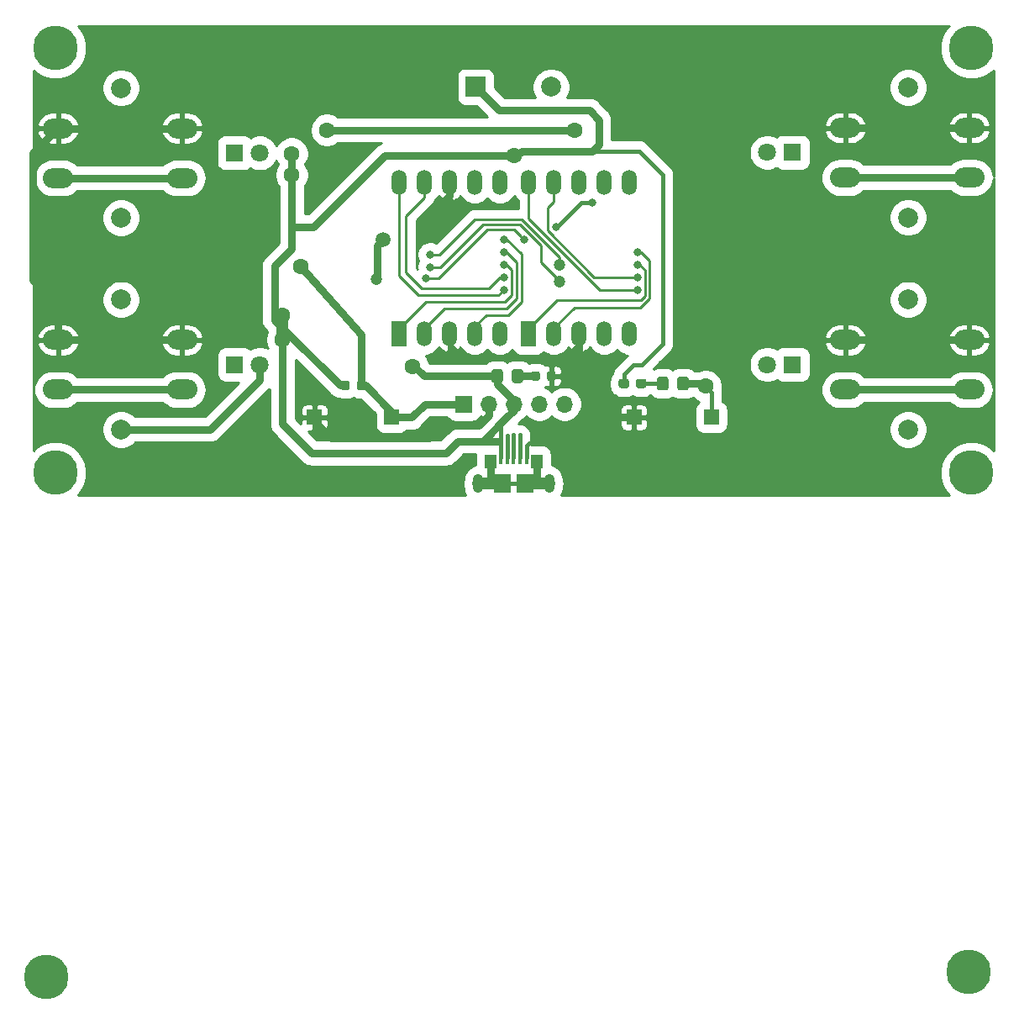
<source format=gbr>
G04 #@! TF.GenerationSoftware,KiCad,Pcbnew,(5.1.7)-1*
G04 #@! TF.CreationDate,2020-10-06T16:51:20+07:00*
G04 #@! TF.ProjectId,PIC16F1X_KIT2019,50494331-3646-4315-985f-4b4954323031,rev?*
G04 #@! TF.SameCoordinates,Original*
G04 #@! TF.FileFunction,Copper,L1,Top*
G04 #@! TF.FilePolarity,Positive*
%FSLAX46Y46*%
G04 Gerber Fmt 4.6, Leading zero omitted, Abs format (unit mm)*
G04 Created by KiCad (PCBNEW (5.1.7)-1) date 2020-10-06 16:51:20*
%MOMM*%
%LPD*%
G01*
G04 APERTURE LIST*
G04 #@! TA.AperFunction,ComponentPad*
%ADD10C,4.500000*%
G04 #@! TD*
G04 #@! TA.AperFunction,ComponentPad*
%ADD11O,1.700000X1.700000*%
G04 #@! TD*
G04 #@! TA.AperFunction,ComponentPad*
%ADD12R,1.700000X1.700000*%
G04 #@! TD*
G04 #@! TA.AperFunction,ComponentPad*
%ADD13O,3.048000X2.000000*%
G04 #@! TD*
G04 #@! TA.AperFunction,ComponentPad*
%ADD14C,2.000000*%
G04 #@! TD*
G04 #@! TA.AperFunction,ComponentPad*
%ADD15R,2.000000X2.000000*%
G04 #@! TD*
G04 #@! TA.AperFunction,SMDPad,CuDef*
%ADD16R,1.500000X1.500000*%
G04 #@! TD*
G04 #@! TA.AperFunction,ComponentPad*
%ADD17O,1.524000X2.524000*%
G04 #@! TD*
G04 #@! TA.AperFunction,ComponentPad*
%ADD18R,1.524000X2.524000*%
G04 #@! TD*
G04 #@! TA.AperFunction,SMDPad,CuDef*
%ADD19R,1.750000X1.900000*%
G04 #@! TD*
G04 #@! TA.AperFunction,SMDPad,CuDef*
%ADD20R,0.400000X1.400000*%
G04 #@! TD*
G04 #@! TA.AperFunction,ComponentPad*
%ADD21O,1.050000X1.900000*%
G04 #@! TD*
G04 #@! TA.AperFunction,SMDPad,CuDef*
%ADD22R,1.150000X1.450000*%
G04 #@! TD*
G04 #@! TA.AperFunction,ComponentPad*
%ADD23R,1.800000X1.800000*%
G04 #@! TD*
G04 #@! TA.AperFunction,ComponentPad*
%ADD24C,1.800000*%
G04 #@! TD*
G04 #@! TA.AperFunction,ViaPad*
%ADD25C,1.600000*%
G04 #@! TD*
G04 #@! TA.AperFunction,ViaPad*
%ADD26C,0.800000*%
G04 #@! TD*
G04 #@! TA.AperFunction,ViaPad*
%ADD27C,1.200000*%
G04 #@! TD*
G04 #@! TA.AperFunction,ViaPad*
%ADD28C,1.500000*%
G04 #@! TD*
G04 #@! TA.AperFunction,Conductor*
%ADD29C,0.400000*%
G04 #@! TD*
G04 #@! TA.AperFunction,Conductor*
%ADD30C,0.800000*%
G04 #@! TD*
G04 #@! TA.AperFunction,Conductor*
%ADD31C,1.200000*%
G04 #@! TD*
G04 #@! TA.AperFunction,Conductor*
%ADD32C,0.250000*%
G04 #@! TD*
G04 #@! TA.AperFunction,Conductor*
%ADD33C,0.254000*%
G04 #@! TD*
G04 #@! TA.AperFunction,Conductor*
%ADD34C,0.100000*%
G04 #@! TD*
G04 APERTURE END LIST*
D10*
X115376960Y-115275360D03*
X22479000Y-115824000D03*
D11*
X74650600Y-58089800D03*
X72110600Y-58089800D03*
X69570600Y-58089800D03*
X67030600Y-58089800D03*
D12*
X64490600Y-58089800D03*
D13*
X115466520Y-51638200D03*
X115466520Y-56638200D03*
X102966520Y-51638200D03*
X102966520Y-56638200D03*
D14*
X109316520Y-47574200D03*
X109316520Y-60655200D03*
D13*
X36132160Y-51638200D03*
X36132160Y-56638200D03*
X23632160Y-51638200D03*
X23632160Y-56638200D03*
D14*
X29982160Y-47574200D03*
X29982160Y-60655200D03*
X109316520Y-39293800D03*
X109316520Y-26212800D03*
D13*
X102966520Y-35276800D03*
X102966520Y-30276800D03*
X115466520Y-35276800D03*
X115466520Y-30276800D03*
X36132160Y-30324333D03*
X36132160Y-35324333D03*
X23632160Y-30324333D03*
X23632160Y-35324333D03*
D14*
X29982160Y-26260333D03*
X29982160Y-39341333D03*
G04 #@! TA.AperFunction,SMDPad,CuDef*
G36*
G01*
X53040800Y-55966650D02*
X53040800Y-56479150D01*
G75*
G02*
X52822050Y-56697900I-218750J0D01*
G01*
X52384550Y-56697900D01*
G75*
G02*
X52165800Y-56479150I0J218750D01*
G01*
X52165800Y-55966650D01*
G75*
G02*
X52384550Y-55747900I218750J0D01*
G01*
X52822050Y-55747900D01*
G75*
G02*
X53040800Y-55966650I0J-218750D01*
G01*
G37*
G04 #@! TD.AperFunction*
G04 #@! TA.AperFunction,SMDPad,CuDef*
G36*
G01*
X54615800Y-55966650D02*
X54615800Y-56479150D01*
G75*
G02*
X54397050Y-56697900I-218750J0D01*
G01*
X53959550Y-56697900D01*
G75*
G02*
X53740800Y-56479150I0J218750D01*
G01*
X53740800Y-55966650D01*
G75*
G02*
X53959550Y-55747900I218750J0D01*
G01*
X54397050Y-55747900D01*
G75*
G02*
X54615800Y-55966650I0J-218750D01*
G01*
G37*
G04 #@! TD.AperFunction*
G04 #@! TA.AperFunction,SMDPad,CuDef*
G36*
G01*
X72905100Y-55539350D02*
X72905100Y-55026850D01*
G75*
G02*
X73123850Y-54808100I218750J0D01*
G01*
X73561350Y-54808100D01*
G75*
G02*
X73780100Y-55026850I0J-218750D01*
G01*
X73780100Y-55539350D01*
G75*
G02*
X73561350Y-55758100I-218750J0D01*
G01*
X73123850Y-55758100D01*
G75*
G02*
X72905100Y-55539350I0J218750D01*
G01*
G37*
G04 #@! TD.AperFunction*
G04 #@! TA.AperFunction,SMDPad,CuDef*
G36*
G01*
X71330100Y-55539350D02*
X71330100Y-55026850D01*
G75*
G02*
X71548850Y-54808100I218750J0D01*
G01*
X71986350Y-54808100D01*
G75*
G02*
X72205100Y-55026850I0J-218750D01*
G01*
X72205100Y-55539350D01*
G75*
G02*
X71986350Y-55758100I-218750J0D01*
G01*
X71548850Y-55758100D01*
G75*
G02*
X71330100Y-55539350I0J218750D01*
G01*
G37*
G04 #@! TD.AperFunction*
D10*
X115697000Y-65024000D03*
X23368000Y-22225000D03*
X23368000Y-65024000D03*
X115697000Y-22225000D03*
D15*
X65732500Y-26162000D03*
D14*
X73332500Y-26162000D03*
G04 #@! TA.AperFunction,SMDPad,CuDef*
G36*
G01*
X70510200Y-54833099D02*
X70510200Y-55733101D01*
G75*
G02*
X70260201Y-55983100I-249999J0D01*
G01*
X69610199Y-55983100D01*
G75*
G02*
X69360200Y-55733101I0J249999D01*
G01*
X69360200Y-54833099D01*
G75*
G02*
X69610199Y-54583100I249999J0D01*
G01*
X70260201Y-54583100D01*
G75*
G02*
X70510200Y-54833099I0J-249999D01*
G01*
G37*
G04 #@! TD.AperFunction*
G04 #@! TA.AperFunction,SMDPad,CuDef*
G36*
G01*
X68460200Y-54833099D02*
X68460200Y-55733101D01*
G75*
G02*
X68210201Y-55983100I-249999J0D01*
G01*
X67560199Y-55983100D01*
G75*
G02*
X67310200Y-55733101I0J249999D01*
G01*
X67310200Y-54833099D01*
G75*
G02*
X67560199Y-54583100I249999J0D01*
G01*
X68210201Y-54583100D01*
G75*
G02*
X68460200Y-54833099I0J-249999D01*
G01*
G37*
G04 #@! TD.AperFunction*
D16*
X49476250Y-59436000D03*
X57276250Y-59436000D03*
X81678750Y-59436000D03*
X89478750Y-59436000D03*
D17*
X58013600Y-35775900D03*
X60553600Y-35775900D03*
X63093600Y-35775900D03*
X65633600Y-35775900D03*
X68173600Y-35775900D03*
X68173600Y-51015900D03*
X65633600Y-51015900D03*
X63093600Y-51015900D03*
X60553600Y-51015900D03*
D18*
X58013600Y-51015900D03*
X71069200Y-51015900D03*
D17*
X73609200Y-51015900D03*
X76149200Y-51015900D03*
X78689200Y-51015900D03*
X81229200Y-51015900D03*
X81229200Y-35775900D03*
X78689200Y-35775900D03*
X76149200Y-35775900D03*
X73609200Y-35775900D03*
X71069200Y-35775900D03*
D19*
X70665120Y-66102080D03*
D20*
X68890120Y-63452080D03*
X68240120Y-63452080D03*
X70840120Y-63452080D03*
X70190120Y-63452080D03*
X69540120Y-63452080D03*
D19*
X68415120Y-66102080D03*
D21*
X65965120Y-66102080D03*
X73115120Y-66102080D03*
D22*
X71860120Y-63872080D03*
X67220120Y-63872080D03*
D23*
X97642680Y-54114700D03*
D24*
X95102680Y-54114700D03*
D23*
X97642680Y-32753300D03*
D24*
X95102680Y-32753300D03*
X43977560Y-54114700D03*
D23*
X41437560Y-54114700D03*
D24*
X43967400Y-32800833D03*
D23*
X41427400Y-32800833D03*
G04 #@! TA.AperFunction,SMDPad,CuDef*
G36*
G01*
X87187840Y-55582399D02*
X87187840Y-56482401D01*
G75*
G02*
X86937841Y-56732400I-249999J0D01*
G01*
X86287839Y-56732400D01*
G75*
G02*
X86037840Y-56482401I0J249999D01*
G01*
X86037840Y-55582399D01*
G75*
G02*
X86287839Y-55332400I249999J0D01*
G01*
X86937841Y-55332400D01*
G75*
G02*
X87187840Y-55582399I0J-249999D01*
G01*
G37*
G04 #@! TD.AperFunction*
G04 #@! TA.AperFunction,SMDPad,CuDef*
G36*
G01*
X85137840Y-55582399D02*
X85137840Y-56482401D01*
G75*
G02*
X84887841Y-56732400I-249999J0D01*
G01*
X84237839Y-56732400D01*
G75*
G02*
X83987840Y-56482401I0J249999D01*
G01*
X83987840Y-55582399D01*
G75*
G02*
X84237839Y-55332400I249999J0D01*
G01*
X84887841Y-55332400D01*
G75*
G02*
X85137840Y-55582399I0J-249999D01*
G01*
G37*
G04 #@! TD.AperFunction*
G04 #@! TA.AperFunction,SMDPad,CuDef*
G36*
G01*
X82928920Y-55789820D02*
X82928920Y-56264820D01*
G75*
G02*
X82691420Y-56502320I-237500J0D01*
G01*
X82116420Y-56502320D01*
G75*
G02*
X81878920Y-56264820I0J237500D01*
G01*
X81878920Y-55789820D01*
G75*
G02*
X82116420Y-55552320I237500J0D01*
G01*
X82691420Y-55552320D01*
G75*
G02*
X82928920Y-55789820I0J-237500D01*
G01*
G37*
G04 #@! TD.AperFunction*
G04 #@! TA.AperFunction,SMDPad,CuDef*
G36*
G01*
X81178920Y-55789820D02*
X81178920Y-56264820D01*
G75*
G02*
X80941420Y-56502320I-237500J0D01*
G01*
X80366420Y-56502320D01*
G75*
G02*
X80128920Y-56264820I0J237500D01*
G01*
X80128920Y-55789820D01*
G75*
G02*
X80366420Y-55552320I237500J0D01*
G01*
X80941420Y-55552320D01*
G75*
G02*
X81178920Y-55789820I0J-237500D01*
G01*
G37*
G04 #@! TD.AperFunction*
D25*
X59339480Y-54284880D03*
X69596000Y-33106360D03*
X46268640Y-49184560D03*
X47185580Y-32880300D03*
X47185580Y-35034220D03*
X46253400Y-51577240D03*
D26*
X61188600Y-40540540D03*
D25*
X48117760Y-44231560D03*
X50749200Y-30492700D03*
X75714100Y-30527500D03*
D26*
X68554600Y-41505740D03*
X68541900Y-42788440D03*
X68541900Y-44058440D03*
X68541900Y-45328440D03*
X68541900Y-46598440D03*
X77444600Y-37797340D03*
X73825100Y-40248440D03*
X82016600Y-42775740D03*
X82016600Y-44045740D03*
X82016600Y-45315740D03*
X82016600Y-46585740D03*
D27*
X55747920Y-45547280D03*
D28*
X56377840Y-41513760D03*
D26*
X61137800Y-43029740D03*
D27*
X74193400Y-44096540D03*
D26*
X61137800Y-44299740D03*
D27*
X74188320Y-45755560D03*
D26*
X60731400Y-45468140D03*
X70573900Y-41518440D03*
D25*
X88869520Y-56301640D03*
D29*
X52031900Y-56222900D02*
X52603300Y-56222900D01*
X45440600Y-49626520D02*
X45440600Y-49631600D01*
X45440600Y-49631600D02*
X52031900Y-56222900D01*
D30*
X59339480Y-54284880D02*
X59512200Y-54284880D01*
X60510420Y-55283100D02*
X67885200Y-55283100D01*
X59512200Y-54284880D02*
X60510420Y-55283100D01*
X69596000Y-33106360D02*
X69824600Y-33106360D01*
X69824600Y-33106360D02*
X70327520Y-32603440D01*
X70327520Y-32603440D02*
X77454760Y-32603440D01*
X77454760Y-32603440D02*
X78130400Y-31927800D01*
X78130400Y-31927800D02*
X78130400Y-29474160D01*
X78130400Y-29474160D02*
X77190600Y-28534360D01*
X68104860Y-28534360D02*
X65732500Y-26162000D01*
X77190600Y-28534360D02*
X68104860Y-28534360D01*
X52603300Y-56222900D02*
X52036980Y-56222900D01*
X46272000Y-49634960D02*
X45440600Y-48803560D01*
X46312640Y-49634960D02*
X46272000Y-49634960D01*
X45440600Y-48803560D02*
X45440600Y-49626520D01*
X46312640Y-50498560D02*
X46398180Y-50584100D01*
X46312640Y-49634960D02*
X46312640Y-50498560D01*
X52036980Y-56222900D02*
X46398180Y-50584100D01*
X46398180Y-50584100D02*
X45440600Y-49626520D01*
D29*
X69570600Y-58089800D02*
X69570600Y-58267600D01*
X68240120Y-63452080D02*
X68240120Y-61829160D01*
X68238060Y-60779660D02*
X68240120Y-60781720D01*
D30*
X69570600Y-58089800D02*
X69570600Y-58699400D01*
D29*
X68240120Y-60029880D02*
X68760340Y-59509660D01*
X68240120Y-61863760D02*
X68240120Y-60029880D01*
D30*
X69570600Y-58699400D02*
X68760340Y-59509660D01*
D29*
X68240120Y-61863760D02*
X68240120Y-60781720D01*
X68240120Y-63452080D02*
X68240120Y-61863760D01*
D30*
X69570600Y-58089800D02*
X69570600Y-57764680D01*
X67885200Y-56079280D02*
X67885200Y-55283100D01*
X69570600Y-57764680D02*
X67885200Y-56079280D01*
X68760340Y-59509660D02*
X66436240Y-61833760D01*
D31*
X46253400Y-49199800D02*
X46268640Y-49184560D01*
X46253400Y-51577240D02*
X46253400Y-49199800D01*
D30*
X66436240Y-61833760D02*
X68000880Y-61833760D01*
X47185580Y-40236140D02*
X47185580Y-32880300D01*
X45440600Y-44196000D02*
X45440600Y-48803560D01*
X47185580Y-40236140D02*
X47185580Y-42451020D01*
X47185580Y-42451020D02*
X45440600Y-44196000D01*
X49400460Y-40236140D02*
X47185580Y-40236140D01*
X69596000Y-33106360D02*
X56530240Y-33106360D01*
X56530240Y-33106360D02*
X49400460Y-40236140D01*
X63941960Y-61833760D02*
X66436240Y-61833760D01*
X62732920Y-63042800D02*
X63941960Y-61833760D01*
X49194720Y-63042800D02*
X62732920Y-63042800D01*
X46253400Y-51577240D02*
X46253400Y-60101480D01*
X46253400Y-60101480D02*
X49194720Y-63042800D01*
X78130400Y-31927800D02*
X78150720Y-31927800D01*
D29*
X82194400Y-32603440D02*
X77454760Y-32603440D01*
X80653920Y-55098920D02*
X81589880Y-54162960D01*
X80653920Y-56027320D02*
X80653920Y-55098920D01*
X81589880Y-54162960D02*
X82453480Y-54162960D01*
X82453480Y-54162960D02*
X84566760Y-52049680D01*
X84566760Y-52049680D02*
X84566760Y-34975800D01*
X84566760Y-34975800D02*
X82194400Y-32603440D01*
D30*
X61188600Y-40540540D02*
X61188600Y-39016540D01*
X61188600Y-39016540D02*
X63093600Y-37111540D01*
X63093600Y-37111540D02*
X63093600Y-35803440D01*
D29*
X76149200Y-35803440D02*
X76479400Y-35473240D01*
X76149200Y-51043440D02*
X76149200Y-52046740D01*
X76149200Y-52046740D02*
X74650200Y-53545740D01*
X74650200Y-53545740D02*
X73370440Y-53545740D01*
X64643400Y-53545740D02*
X63093600Y-51995940D01*
X63093600Y-51995940D02*
X63093600Y-51043440D01*
D30*
X81678750Y-59436000D02*
X81678750Y-59301350D01*
X76149200Y-53771800D02*
X76149200Y-51015900D01*
D29*
X73342600Y-53573580D02*
X73370440Y-53545740D01*
X73342600Y-55283100D02*
X73342600Y-53573580D01*
X73370440Y-53545740D02*
X64643400Y-53545740D01*
X70840120Y-63452080D02*
X70840120Y-62316840D01*
X70840120Y-62316840D02*
X71424800Y-61732160D01*
X71424800Y-61732160D02*
X75900280Y-61732160D01*
D30*
X67030600Y-59202320D02*
X67030600Y-58089800D01*
X49476250Y-59436000D02*
X49476250Y-59852150D01*
X51107340Y-61483240D02*
X61076840Y-61483240D01*
X61076840Y-61483240D02*
X62341760Y-60218320D01*
X62341760Y-60218320D02*
X66014600Y-60218320D01*
X49476250Y-59852150D02*
X51107340Y-61483240D01*
X66014600Y-60218320D02*
X67030600Y-59202320D01*
X23632160Y-51638200D02*
X36132160Y-51638200D01*
X23632160Y-30324333D02*
X36132160Y-30324333D01*
X23632160Y-30324333D02*
X23543987Y-30324333D01*
X23543987Y-30324333D02*
X21046440Y-32821880D01*
X21046440Y-32821880D02*
X21046440Y-45582840D01*
X23632160Y-48168560D02*
X23632160Y-51638200D01*
X21046440Y-45582840D02*
X23632160Y-48168560D01*
X102966520Y-30276800D02*
X115466520Y-30276800D01*
X102966520Y-51638200D02*
X115466520Y-51638200D01*
X81678750Y-59436000D02*
X78379320Y-59436000D01*
X76083160Y-61732160D02*
X75900280Y-61732160D01*
X78379320Y-59436000D02*
X76083160Y-61732160D01*
X78379320Y-56001920D02*
X78333600Y-55956200D01*
X78379320Y-59436000D02*
X78379320Y-56001920D01*
X78333600Y-55956200D02*
X76149200Y-53771800D01*
X57276250Y-59436000D02*
X59258200Y-59436000D01*
X60604400Y-58089800D02*
X64490600Y-58089800D01*
X59258200Y-59436000D02*
X60604400Y-58089800D01*
X57276250Y-58901850D02*
X57276250Y-59436000D01*
X54178300Y-56222900D02*
X54597300Y-56222900D01*
X54597300Y-56222900D02*
X57276250Y-58901850D01*
X54178300Y-51124500D02*
X54178300Y-56222900D01*
X48117760Y-44231560D02*
X54178300Y-51124500D01*
D32*
X72194500Y-58039000D02*
X72194500Y-57396300D01*
D30*
X102966520Y-56638200D02*
X115466520Y-56638200D01*
X69935200Y-55283100D02*
X71767600Y-55283100D01*
X50749200Y-30492700D02*
X75679300Y-30492700D01*
X75679300Y-30492700D02*
X75714100Y-30527500D01*
X102966520Y-35276800D02*
X115466520Y-35276800D01*
X23632160Y-56638200D02*
X36132160Y-56638200D01*
X43977560Y-55636160D02*
X43977560Y-54114700D01*
X29982160Y-60655200D02*
X38958520Y-60655200D01*
X38958520Y-60655200D02*
X43977560Y-55636160D01*
X23632160Y-35324333D02*
X36132160Y-35324333D01*
D32*
X70332600Y-42978940D02*
X68859400Y-41505740D01*
X65633600Y-50268740D02*
X66776600Y-49125740D01*
X65633600Y-51043440D02*
X65633600Y-50268740D01*
X69011800Y-49125740D02*
X70332600Y-47804940D01*
X70332600Y-47804940D02*
X70332600Y-42978940D01*
X68859400Y-41505740D02*
X68554600Y-41505740D01*
X66776600Y-49125740D02*
X69011800Y-49125740D01*
X60553600Y-50522740D02*
X62560200Y-48516140D01*
X68808600Y-48516140D02*
X69824600Y-47500140D01*
X69824600Y-47500140D02*
X69824600Y-43791740D01*
X68821300Y-42788440D02*
X68541900Y-42788440D01*
X60553600Y-51043440D02*
X60553600Y-50522740D01*
X69824600Y-43791740D02*
X68821300Y-42788440D01*
X62560200Y-48516140D02*
X68808600Y-48516140D01*
X58013600Y-50471940D02*
X60680600Y-47804940D01*
X58013600Y-51043440D02*
X58013600Y-50471940D01*
X68821300Y-44058440D02*
X68541900Y-44058440D01*
X60680600Y-47804940D02*
X68656200Y-47804940D01*
X69316600Y-44553740D02*
X68821300Y-44058440D01*
X68656200Y-47804940D02*
X69316600Y-47144540D01*
X69316600Y-47144540D02*
X69316600Y-44553740D01*
X60553600Y-37314740D02*
X60553600Y-35803440D01*
X68186300Y-45328440D02*
X67030600Y-46484140D01*
X58699400Y-44858540D02*
X58699400Y-39168940D01*
X60325000Y-46484140D02*
X58699400Y-44858540D01*
X67030600Y-46484140D02*
X60325000Y-46484140D01*
X58699400Y-39168940D02*
X60553600Y-37314740D01*
X68541900Y-45328440D02*
X68186300Y-45328440D01*
X68541900Y-46598440D02*
X67995800Y-47144540D01*
X59969400Y-47144540D02*
X58013600Y-45188740D01*
X67995800Y-47144540D02*
X59969400Y-47144540D01*
X58013600Y-45188740D02*
X58013600Y-35803440D01*
D29*
X76377800Y-37797340D02*
X77444600Y-37797340D01*
X73825100Y-40248440D02*
X73926700Y-40248440D01*
X73926700Y-40248440D02*
X76377800Y-37797340D01*
D32*
X73609200Y-50421140D02*
X75666600Y-48363740D01*
X82321400Y-48363740D02*
X83235800Y-47449340D01*
X73609200Y-51043440D02*
X73609200Y-50421140D01*
X83235800Y-47449340D02*
X83235800Y-43639340D01*
X75666600Y-48363740D02*
X82321400Y-48363740D01*
X83235800Y-43639340D02*
X82372200Y-42775740D01*
X82372200Y-42775740D02*
X82016600Y-42775740D01*
X82372200Y-47601740D02*
X82778600Y-47195340D01*
X82219800Y-44045740D02*
X82016600Y-44045740D01*
X71069200Y-51043440D02*
X71069200Y-50471940D01*
X73939400Y-47601740D02*
X82372200Y-47601740D01*
X82778600Y-44604540D02*
X82219800Y-44045740D01*
X82778600Y-47195340D02*
X82778600Y-44604540D01*
X71069200Y-50471940D02*
X73939400Y-47601740D01*
X77647800Y-45315740D02*
X72974200Y-40642140D01*
X72974200Y-40642140D02*
X72974200Y-38305340D01*
X72974200Y-38305340D02*
X73583800Y-37695740D01*
X82016600Y-45315740D02*
X77647800Y-45315740D01*
X73583800Y-35828840D02*
X73609200Y-35803440D01*
X73583800Y-37695740D02*
X73583800Y-35828840D01*
X78257400Y-46585740D02*
X71069200Y-39397540D01*
X82016600Y-46585740D02*
X78257400Y-46585740D01*
X71069200Y-39397540D02*
X71069200Y-35803440D01*
D30*
X55763160Y-42917980D02*
X55763160Y-42128440D01*
X55763160Y-42128440D02*
X56377840Y-41513760D01*
X55763160Y-42917980D02*
X55763160Y-45532040D01*
D29*
X55763160Y-45532040D02*
X55747920Y-45547280D01*
D32*
X55943500Y-45427900D02*
X55763160Y-45247560D01*
X74193400Y-43283740D02*
X74193400Y-44096540D01*
X70383400Y-39473740D02*
X74193400Y-43283740D01*
X65608200Y-39473740D02*
X70383400Y-39473740D01*
X61137800Y-43029740D02*
X62052200Y-43029740D01*
X62052200Y-43029740D02*
X65608200Y-39473740D01*
X62153800Y-44299740D02*
X61137800Y-44299740D01*
X74188320Y-45717060D02*
X72329040Y-43857780D01*
X74188320Y-45755560D02*
X74188320Y-45717060D01*
X72329040Y-43857780D02*
X72329040Y-42130580D01*
X72329040Y-42130580D02*
X70180200Y-39981740D01*
X70180200Y-39981740D02*
X66471800Y-39981740D01*
X66471800Y-39981740D02*
X62153800Y-44299740D01*
X60731400Y-45468140D02*
X62001400Y-45468140D01*
X70548500Y-41518440D02*
X69672200Y-40642140D01*
X69672200Y-40642140D02*
X70180200Y-41150140D01*
X70573900Y-41518440D02*
X70548500Y-41518440D01*
X70180200Y-41150140D02*
X70383400Y-41353340D01*
X69570600Y-40540540D02*
X69672200Y-40642140D01*
X66929000Y-40540540D02*
X69570600Y-40540540D01*
X62001400Y-45468140D02*
X66929000Y-40540540D01*
D30*
X88828880Y-56261000D02*
X88869520Y-56301640D01*
D29*
X89478750Y-56910870D02*
X88869520Y-56301640D01*
X89478750Y-59436000D02*
X89478750Y-56910870D01*
X88600280Y-56032400D02*
X88869520Y-56301640D01*
D30*
X86612840Y-56032400D02*
X88600280Y-56032400D01*
D29*
X68890120Y-63452080D02*
X68890120Y-61224400D01*
X69540120Y-63452080D02*
X69540120Y-61203840D01*
X70190120Y-63452080D02*
X70190120Y-61214240D01*
D31*
X70665120Y-66102080D02*
X73115120Y-66102080D01*
X68415120Y-66102080D02*
X65965120Y-66102080D01*
D30*
X71860120Y-66082200D02*
X71840240Y-66102080D01*
X71860120Y-63872080D02*
X71860120Y-66082200D01*
D31*
X67220120Y-66102080D02*
X68415120Y-66102080D01*
D30*
X67220120Y-63872080D02*
X67220120Y-66102080D01*
D29*
X68415120Y-66102080D02*
X70665120Y-66102080D01*
X84557760Y-56027320D02*
X84562840Y-56032400D01*
X82403920Y-56027320D02*
X84557760Y-56027320D01*
D33*
X113229263Y-20199781D02*
X112881579Y-20720126D01*
X112642090Y-21298303D01*
X112520000Y-21912093D01*
X112520000Y-22537907D01*
X112642090Y-23151697D01*
X112881579Y-23729874D01*
X113229263Y-24250219D01*
X113671781Y-24692737D01*
X114192126Y-25040421D01*
X114770303Y-25279910D01*
X115384093Y-25402000D01*
X116009907Y-25402000D01*
X116623697Y-25279910D01*
X117201874Y-25040421D01*
X117722219Y-24692737D01*
X117920000Y-24494956D01*
X117920000Y-35207325D01*
X117889637Y-34899042D01*
X117779449Y-34535801D01*
X117600514Y-34201037D01*
X117359707Y-33907613D01*
X117066283Y-33666806D01*
X116731519Y-33487871D01*
X116368278Y-33377683D01*
X116085178Y-33349800D01*
X114847862Y-33349800D01*
X114564762Y-33377683D01*
X114201521Y-33487871D01*
X113866757Y-33666806D01*
X113573333Y-33907613D01*
X113538711Y-33949800D01*
X104894329Y-33949800D01*
X104859707Y-33907613D01*
X104566283Y-33666806D01*
X104231519Y-33487871D01*
X103868278Y-33377683D01*
X103585178Y-33349800D01*
X102347862Y-33349800D01*
X102064762Y-33377683D01*
X101701521Y-33487871D01*
X101366757Y-33666806D01*
X101073333Y-33907613D01*
X100832526Y-34201037D01*
X100653591Y-34535801D01*
X100543403Y-34899042D01*
X100506197Y-35276800D01*
X100543403Y-35654558D01*
X100653591Y-36017799D01*
X100832526Y-36352563D01*
X101073333Y-36645987D01*
X101366757Y-36886794D01*
X101701521Y-37065729D01*
X102064762Y-37175917D01*
X102347862Y-37203800D01*
X103585178Y-37203800D01*
X103868278Y-37175917D01*
X104231519Y-37065729D01*
X104566283Y-36886794D01*
X104859707Y-36645987D01*
X104894329Y-36603800D01*
X113538711Y-36603800D01*
X113573333Y-36645987D01*
X113866757Y-36886794D01*
X114201521Y-37065729D01*
X114564762Y-37175917D01*
X114847862Y-37203800D01*
X116085178Y-37203800D01*
X116368278Y-37175917D01*
X116731519Y-37065729D01*
X117066283Y-36886794D01*
X117359707Y-36645987D01*
X117600514Y-36352563D01*
X117779449Y-36017799D01*
X117889637Y-35654558D01*
X117920000Y-35346275D01*
X117920001Y-56568730D01*
X117889637Y-56260442D01*
X117779449Y-55897201D01*
X117600514Y-55562437D01*
X117359707Y-55269013D01*
X117066283Y-55028206D01*
X116731519Y-54849271D01*
X116368278Y-54739083D01*
X116085178Y-54711200D01*
X114847862Y-54711200D01*
X114564762Y-54739083D01*
X114201521Y-54849271D01*
X113866757Y-55028206D01*
X113573333Y-55269013D01*
X113538711Y-55311200D01*
X104894329Y-55311200D01*
X104859707Y-55269013D01*
X104566283Y-55028206D01*
X104231519Y-54849271D01*
X103868278Y-54739083D01*
X103585178Y-54711200D01*
X102347862Y-54711200D01*
X102064762Y-54739083D01*
X101701521Y-54849271D01*
X101366757Y-55028206D01*
X101073333Y-55269013D01*
X100832526Y-55562437D01*
X100653591Y-55897201D01*
X100543403Y-56260442D01*
X100506197Y-56638200D01*
X100543403Y-57015958D01*
X100653591Y-57379199D01*
X100832526Y-57713963D01*
X101073333Y-58007387D01*
X101366757Y-58248194D01*
X101701521Y-58427129D01*
X102064762Y-58537317D01*
X102347862Y-58565200D01*
X103585178Y-58565200D01*
X103868278Y-58537317D01*
X104231519Y-58427129D01*
X104566283Y-58248194D01*
X104859707Y-58007387D01*
X104894329Y-57965200D01*
X113538711Y-57965200D01*
X113573333Y-58007387D01*
X113866757Y-58248194D01*
X114201521Y-58427129D01*
X114564762Y-58537317D01*
X114847862Y-58565200D01*
X116085178Y-58565200D01*
X116368278Y-58537317D01*
X116731519Y-58427129D01*
X117066283Y-58248194D01*
X117359707Y-58007387D01*
X117600514Y-57713963D01*
X117779449Y-57379199D01*
X117889637Y-57015958D01*
X117920001Y-56707670D01*
X117920001Y-62754045D01*
X117722219Y-62556263D01*
X117201874Y-62208579D01*
X116623697Y-61969090D01*
X116009907Y-61847000D01*
X115384093Y-61847000D01*
X114770303Y-61969090D01*
X114192126Y-62208579D01*
X113671781Y-62556263D01*
X113229263Y-62998781D01*
X112881579Y-63519126D01*
X112642090Y-64097303D01*
X112520000Y-64711093D01*
X112520000Y-65336907D01*
X112642090Y-65950697D01*
X112881579Y-66528874D01*
X113229263Y-67049219D01*
X113427044Y-67247000D01*
X74376720Y-67247000D01*
X74463083Y-67085425D01*
X74546110Y-66811722D01*
X74567120Y-66598404D01*
X74567120Y-66575830D01*
X74620025Y-66401424D01*
X74649508Y-66102080D01*
X74620025Y-65802736D01*
X74567120Y-65628330D01*
X74567120Y-65605755D01*
X74546110Y-65392438D01*
X74463083Y-65118735D01*
X74328255Y-64866489D01*
X74146805Y-64645394D01*
X73925710Y-64463945D01*
X73673464Y-64329117D01*
X73399761Y-64246090D01*
X73366605Y-64242824D01*
X73366605Y-63147080D01*
X73348707Y-62965356D01*
X73295700Y-62790616D01*
X73209621Y-62629575D01*
X73093779Y-62488421D01*
X72952625Y-62372579D01*
X72791584Y-62286500D01*
X72616844Y-62233493D01*
X72435120Y-62215595D01*
X71382041Y-62215595D01*
X71317120Y-62179581D01*
X71317120Y-61158875D01*
X71300813Y-60993309D01*
X71236370Y-60780869D01*
X71131720Y-60585083D01*
X70990885Y-60413475D01*
X70819277Y-60272640D01*
X70657186Y-60186000D01*
X80290678Y-60186000D01*
X80302938Y-60310482D01*
X80339248Y-60430180D01*
X80398213Y-60540494D01*
X80477565Y-60637185D01*
X80574256Y-60716537D01*
X80684570Y-60775502D01*
X80804268Y-60811812D01*
X80928750Y-60824072D01*
X81393000Y-60821000D01*
X81551750Y-60662250D01*
X81551750Y-59563000D01*
X81805750Y-59563000D01*
X81805750Y-60662250D01*
X81964500Y-60821000D01*
X82428750Y-60824072D01*
X82553232Y-60811812D01*
X82672930Y-60775502D01*
X82783244Y-60716537D01*
X82879935Y-60637185D01*
X82959287Y-60540494D01*
X83018252Y-60430180D01*
X83054562Y-60310482D01*
X83066822Y-60186000D01*
X83063750Y-59721750D01*
X82905000Y-59563000D01*
X81805750Y-59563000D01*
X81551750Y-59563000D01*
X80452500Y-59563000D01*
X80293750Y-59721750D01*
X80290678Y-60186000D01*
X70657186Y-60186000D01*
X70623491Y-60167990D01*
X70411051Y-60103547D01*
X70190120Y-60081787D01*
X70051189Y-60095471D01*
X70462835Y-59683825D01*
X70513470Y-59642270D01*
X70595778Y-59541977D01*
X70703371Y-59470086D01*
X70840600Y-59332857D01*
X70977829Y-59470086D01*
X71268875Y-59664557D01*
X71592268Y-59798511D01*
X71935581Y-59866800D01*
X72285619Y-59866800D01*
X72628932Y-59798511D01*
X72952325Y-59664557D01*
X73243371Y-59470086D01*
X73380600Y-59332857D01*
X73517829Y-59470086D01*
X73808875Y-59664557D01*
X74132268Y-59798511D01*
X74475581Y-59866800D01*
X74825619Y-59866800D01*
X75168932Y-59798511D01*
X75492325Y-59664557D01*
X75783371Y-59470086D01*
X76030886Y-59222571D01*
X76225357Y-58931525D01*
X76327056Y-58686000D01*
X80290678Y-58686000D01*
X80293750Y-59150250D01*
X80452500Y-59309000D01*
X81551750Y-59309000D01*
X81551750Y-58209750D01*
X81805750Y-58209750D01*
X81805750Y-59309000D01*
X82905000Y-59309000D01*
X83063750Y-59150250D01*
X83066822Y-58686000D01*
X83054562Y-58561518D01*
X83018252Y-58441820D01*
X82959287Y-58331506D01*
X82879935Y-58234815D01*
X82783244Y-58155463D01*
X82672930Y-58096498D01*
X82553232Y-58060188D01*
X82428750Y-58047928D01*
X81964500Y-58051000D01*
X81805750Y-58209750D01*
X81551750Y-58209750D01*
X81393000Y-58051000D01*
X80928750Y-58047928D01*
X80804268Y-58060188D01*
X80684570Y-58096498D01*
X80574256Y-58155463D01*
X80477565Y-58234815D01*
X80398213Y-58331506D01*
X80339248Y-58441820D01*
X80302938Y-58561518D01*
X80290678Y-58686000D01*
X76327056Y-58686000D01*
X76359311Y-58608132D01*
X76427600Y-58264819D01*
X76427600Y-57914781D01*
X76359311Y-57571468D01*
X76225357Y-57248075D01*
X76030886Y-56957029D01*
X75783371Y-56709514D01*
X75492325Y-56515043D01*
X75168932Y-56381089D01*
X74825619Y-56312800D01*
X74475581Y-56312800D01*
X74132268Y-56381089D01*
X73808875Y-56515043D01*
X73517829Y-56709514D01*
X73380600Y-56846743D01*
X73243371Y-56709514D01*
X72952325Y-56515043D01*
X72719415Y-56418568D01*
X72766764Y-56379710D01*
X72780618Y-56383912D01*
X72905100Y-56396172D01*
X73056850Y-56393100D01*
X73215600Y-56234350D01*
X73215600Y-55410100D01*
X73469600Y-55410100D01*
X73469600Y-56234350D01*
X73628350Y-56393100D01*
X73780100Y-56396172D01*
X73904582Y-56383912D01*
X74024280Y-56347602D01*
X74134594Y-56288637D01*
X74231285Y-56209285D01*
X74310637Y-56112594D01*
X74369602Y-56002280D01*
X74405912Y-55882582D01*
X74418172Y-55758100D01*
X74415100Y-55568850D01*
X74256350Y-55410100D01*
X73469600Y-55410100D01*
X73215600Y-55410100D01*
X73195600Y-55410100D01*
X73195600Y-55156100D01*
X73215600Y-55156100D01*
X73215600Y-54331850D01*
X73469600Y-54331850D01*
X73469600Y-55156100D01*
X74256350Y-55156100D01*
X74415100Y-54997350D01*
X74418172Y-54808100D01*
X74405912Y-54683618D01*
X74369602Y-54563920D01*
X74310637Y-54453606D01*
X74231285Y-54356915D01*
X74134594Y-54277563D01*
X74024280Y-54218598D01*
X73904582Y-54182288D01*
X73780100Y-54170028D01*
X73628350Y-54173100D01*
X73469600Y-54331850D01*
X73215600Y-54331850D01*
X73056850Y-54173100D01*
X72905100Y-54170028D01*
X72780618Y-54182288D01*
X72766764Y-54186490D01*
X72625386Y-54070465D01*
X72426526Y-53964171D01*
X72210750Y-53898716D01*
X71986350Y-53876615D01*
X71548850Y-53876615D01*
X71324450Y-53898716D01*
X71135280Y-53956100D01*
X71044990Y-53956100D01*
X70916598Y-53850731D01*
X70712335Y-53741550D01*
X70490697Y-53674317D01*
X70260201Y-53651615D01*
X69610199Y-53651615D01*
X69379703Y-53674317D01*
X69158065Y-53741550D01*
X68953802Y-53850731D01*
X68910200Y-53886514D01*
X68866598Y-53850731D01*
X68662335Y-53741550D01*
X68440697Y-53674317D01*
X68210201Y-53651615D01*
X67560199Y-53651615D01*
X67329703Y-53674317D01*
X67108065Y-53741550D01*
X66903802Y-53850731D01*
X66775410Y-53956100D01*
X61060081Y-53956100D01*
X61028667Y-53924686D01*
X61000112Y-53781133D01*
X60869927Y-53466839D01*
X60691303Y-53199509D01*
X60884702Y-53180461D01*
X61203080Y-53083882D01*
X61496498Y-52927047D01*
X61753682Y-52715982D01*
X61964747Y-52458798D01*
X61999753Y-52393307D01*
X62002594Y-52397629D01*
X62195574Y-52593532D01*
X62423065Y-52748022D01*
X62676324Y-52855162D01*
X62750530Y-52870120D01*
X62966600Y-52747620D01*
X62966600Y-51142900D01*
X62946600Y-51142900D01*
X62946600Y-50888900D01*
X62966600Y-50888900D01*
X62966600Y-50868900D01*
X63220600Y-50868900D01*
X63220600Y-50888900D01*
X63240600Y-50888900D01*
X63240600Y-51142900D01*
X63220600Y-51142900D01*
X63220600Y-52747620D01*
X63436670Y-52870120D01*
X63510876Y-52855162D01*
X63764135Y-52748022D01*
X63991626Y-52593532D01*
X64184606Y-52397629D01*
X64187448Y-52393306D01*
X64222454Y-52458798D01*
X64433519Y-52715982D01*
X64690703Y-52927047D01*
X64984121Y-53083882D01*
X65302499Y-53180461D01*
X65633600Y-53213072D01*
X65964702Y-53180461D01*
X66283080Y-53083882D01*
X66576498Y-52927047D01*
X66833682Y-52715982D01*
X66903601Y-52630786D01*
X66973519Y-52715982D01*
X67230703Y-52927047D01*
X67524121Y-53083882D01*
X67842499Y-53180461D01*
X68173600Y-53213072D01*
X68504702Y-53180461D01*
X68823080Y-53083882D01*
X69116498Y-52927047D01*
X69373682Y-52715982D01*
X69445013Y-52629065D01*
X69446620Y-52634364D01*
X69532699Y-52795405D01*
X69648541Y-52936559D01*
X69789695Y-53052401D01*
X69950736Y-53138480D01*
X70125476Y-53191487D01*
X70307200Y-53209385D01*
X71831200Y-53209385D01*
X72012924Y-53191487D01*
X72187664Y-53138480D01*
X72348705Y-53052401D01*
X72489859Y-52936559D01*
X72565534Y-52844348D01*
X72666303Y-52927047D01*
X72959721Y-53083882D01*
X73278099Y-53180461D01*
X73609200Y-53213072D01*
X73940302Y-53180461D01*
X74258680Y-53083882D01*
X74552098Y-52927047D01*
X74809282Y-52715982D01*
X75020347Y-52458798D01*
X75055353Y-52393307D01*
X75058194Y-52397629D01*
X75251174Y-52593532D01*
X75478665Y-52748022D01*
X75731924Y-52855162D01*
X75806130Y-52870120D01*
X76022200Y-52747620D01*
X76022200Y-51142900D01*
X76002200Y-51142900D01*
X76002200Y-50888900D01*
X76022200Y-50888900D01*
X76022200Y-50868900D01*
X76276200Y-50868900D01*
X76276200Y-50888900D01*
X76296200Y-50888900D01*
X76296200Y-51142900D01*
X76276200Y-51142900D01*
X76276200Y-52747620D01*
X76492270Y-52870120D01*
X76566476Y-52855162D01*
X76819735Y-52748022D01*
X77047226Y-52593532D01*
X77240206Y-52397629D01*
X77243048Y-52393306D01*
X77278054Y-52458798D01*
X77489119Y-52715982D01*
X77746303Y-52927047D01*
X78039721Y-53083882D01*
X78358099Y-53180461D01*
X78689200Y-53213072D01*
X79020302Y-53180461D01*
X79338680Y-53083882D01*
X79632098Y-52927047D01*
X79889282Y-52715982D01*
X79959201Y-52630786D01*
X80029119Y-52715982D01*
X80286303Y-52927047D01*
X80579721Y-53083882D01*
X80898099Y-53180461D01*
X81015590Y-53192033D01*
X80983127Y-53209385D01*
X80960723Y-53221360D01*
X80832119Y-53326902D01*
X80832116Y-53326905D01*
X80789115Y-53362195D01*
X80753825Y-53405196D01*
X79896157Y-54262865D01*
X79853156Y-54298155D01*
X79817866Y-54341156D01*
X79817862Y-54341160D01*
X79712320Y-54469764D01*
X79607670Y-54665550D01*
X79589757Y-54724601D01*
X79543227Y-54877989D01*
X79534151Y-54970134D01*
X79394444Y-55140367D01*
X79286419Y-55342469D01*
X79219897Y-55561762D01*
X79197435Y-55789820D01*
X79197435Y-56264820D01*
X79219897Y-56492878D01*
X79286419Y-56712171D01*
X79394444Y-56914273D01*
X79539823Y-57091417D01*
X79716967Y-57236796D01*
X79919069Y-57344821D01*
X80138362Y-57411343D01*
X80366420Y-57433805D01*
X80941420Y-57433805D01*
X81169478Y-57411343D01*
X81388771Y-57344821D01*
X81528920Y-57269910D01*
X81669069Y-57344821D01*
X81888362Y-57411343D01*
X82116420Y-57433805D01*
X82691420Y-57433805D01*
X82919478Y-57411343D01*
X83138771Y-57344821D01*
X83337414Y-57238645D01*
X83402404Y-57317836D01*
X83581442Y-57464769D01*
X83785705Y-57573950D01*
X84007343Y-57641183D01*
X84237839Y-57663885D01*
X84887841Y-57663885D01*
X85118337Y-57641183D01*
X85339975Y-57573950D01*
X85544238Y-57464769D01*
X85587840Y-57428986D01*
X85631442Y-57464769D01*
X85835705Y-57573950D01*
X86057343Y-57641183D01*
X86287839Y-57663885D01*
X86937841Y-57663885D01*
X87168337Y-57641183D01*
X87389975Y-57573950D01*
X87591674Y-57466140D01*
X87768622Y-57643088D01*
X88051479Y-57832087D01*
X88225195Y-57904043D01*
X88211245Y-57911499D01*
X88070091Y-58027341D01*
X87954249Y-58168495D01*
X87868170Y-58329536D01*
X87815163Y-58504276D01*
X87797265Y-58686000D01*
X87797265Y-60186000D01*
X87815163Y-60367724D01*
X87868170Y-60542464D01*
X87954249Y-60703505D01*
X88070091Y-60844659D01*
X88211245Y-60960501D01*
X88372286Y-61046580D01*
X88547026Y-61099587D01*
X88728750Y-61117485D01*
X90228750Y-61117485D01*
X90410474Y-61099587D01*
X90585214Y-61046580D01*
X90746255Y-60960501D01*
X90887409Y-60844659D01*
X91003251Y-60703505D01*
X91089330Y-60542464D01*
X91112705Y-60465407D01*
X107389520Y-60465407D01*
X107389520Y-60844993D01*
X107463573Y-61217285D01*
X107608835Y-61567977D01*
X107819721Y-61883591D01*
X108088129Y-62151999D01*
X108403743Y-62362885D01*
X108754435Y-62508147D01*
X109126727Y-62582200D01*
X109506313Y-62582200D01*
X109878605Y-62508147D01*
X110229297Y-62362885D01*
X110544911Y-62151999D01*
X110813319Y-61883591D01*
X111024205Y-61567977D01*
X111169467Y-61217285D01*
X111243520Y-60844993D01*
X111243520Y-60465407D01*
X111169467Y-60093115D01*
X111024205Y-59742423D01*
X110813319Y-59426809D01*
X110544911Y-59158401D01*
X110229297Y-58947515D01*
X109878605Y-58802253D01*
X109506313Y-58728200D01*
X109126727Y-58728200D01*
X108754435Y-58802253D01*
X108403743Y-58947515D01*
X108088129Y-59158401D01*
X107819721Y-59426809D01*
X107608835Y-59742423D01*
X107463573Y-60093115D01*
X107389520Y-60465407D01*
X91112705Y-60465407D01*
X91142337Y-60367724D01*
X91160235Y-60186000D01*
X91160235Y-58686000D01*
X91142337Y-58504276D01*
X91089330Y-58329536D01*
X91003251Y-58168495D01*
X90887409Y-58027341D01*
X90746255Y-57911499D01*
X90605750Y-57836397D01*
X90605750Y-56966224D01*
X90611202Y-56910869D01*
X90605750Y-56855515D01*
X90605750Y-56855505D01*
X90589443Y-56689939D01*
X90567503Y-56617612D01*
X90596520Y-56471735D01*
X90596520Y-56131545D01*
X90530152Y-55797893D01*
X90399967Y-55483599D01*
X90210968Y-55200742D01*
X89970418Y-54960192D01*
X89687561Y-54771193D01*
X89373267Y-54641008D01*
X89039615Y-54574640D01*
X88699425Y-54574640D01*
X88365773Y-54641008D01*
X88210317Y-54705400D01*
X87722630Y-54705400D01*
X87594238Y-54600031D01*
X87389975Y-54490850D01*
X87168337Y-54423617D01*
X86937841Y-54400915D01*
X86287839Y-54400915D01*
X86057343Y-54423617D01*
X85835705Y-54490850D01*
X85631442Y-54600031D01*
X85587840Y-54635814D01*
X85544238Y-54600031D01*
X85339975Y-54490850D01*
X85118337Y-54423617D01*
X84887841Y-54400915D01*
X84237839Y-54400915D01*
X84007343Y-54423617D01*
X83785705Y-54490850D01*
X83643281Y-54566977D01*
X84275502Y-53934756D01*
X93275680Y-53934756D01*
X93275680Y-54294644D01*
X93345891Y-54647616D01*
X93483614Y-54980109D01*
X93683556Y-55279345D01*
X93938035Y-55533824D01*
X94237271Y-55733766D01*
X94569764Y-55871489D01*
X94922736Y-55941700D01*
X95282624Y-55941700D01*
X95635596Y-55871489D01*
X95968089Y-55733766D01*
X96074981Y-55662344D01*
X96084021Y-55673359D01*
X96225175Y-55789201D01*
X96386216Y-55875280D01*
X96560956Y-55928287D01*
X96742680Y-55946185D01*
X98542680Y-55946185D01*
X98724404Y-55928287D01*
X98899144Y-55875280D01*
X99060185Y-55789201D01*
X99201339Y-55673359D01*
X99317181Y-55532205D01*
X99403260Y-55371164D01*
X99456267Y-55196424D01*
X99474165Y-55014700D01*
X99474165Y-53214700D01*
X99456267Y-53032976D01*
X99403260Y-52858236D01*
X99317181Y-52697195D01*
X99201339Y-52556041D01*
X99060185Y-52440199D01*
X98899144Y-52354120D01*
X98724404Y-52301113D01*
X98542680Y-52283215D01*
X96742680Y-52283215D01*
X96560956Y-52301113D01*
X96386216Y-52354120D01*
X96225175Y-52440199D01*
X96084021Y-52556041D01*
X96074981Y-52567056D01*
X95968089Y-52495634D01*
X95635596Y-52357911D01*
X95282624Y-52287700D01*
X94922736Y-52287700D01*
X94569764Y-52357911D01*
X94237271Y-52495634D01*
X93938035Y-52695576D01*
X93683556Y-52950055D01*
X93483614Y-53249291D01*
X93345891Y-53581784D01*
X93275680Y-53934756D01*
X84275502Y-53934756D01*
X85324524Y-52885735D01*
X85367525Y-52850445D01*
X85402815Y-52807444D01*
X85402818Y-52807441D01*
X85508360Y-52678837D01*
X85537538Y-52624248D01*
X85613010Y-52483051D01*
X85677453Y-52270611D01*
X85693760Y-52105045D01*
X85693760Y-52105035D01*
X85699212Y-52049681D01*
X85696155Y-52018634D01*
X100852396Y-52018634D01*
X100883376Y-52146555D01*
X101012510Y-52440961D01*
X101196598Y-52704517D01*
X101428566Y-52927095D01*
X101699500Y-53100142D01*
X101998988Y-53217007D01*
X102315520Y-53273200D01*
X102839520Y-53273200D01*
X102839520Y-51765200D01*
X103093520Y-51765200D01*
X103093520Y-53273200D01*
X103617520Y-53273200D01*
X103934052Y-53217007D01*
X104233540Y-53100142D01*
X104504474Y-52927095D01*
X104736442Y-52704517D01*
X104920530Y-52440961D01*
X105049664Y-52146555D01*
X105080644Y-52018634D01*
X113352396Y-52018634D01*
X113383376Y-52146555D01*
X113512510Y-52440961D01*
X113696598Y-52704517D01*
X113928566Y-52927095D01*
X114199500Y-53100142D01*
X114498988Y-53217007D01*
X114815520Y-53273200D01*
X115339520Y-53273200D01*
X115339520Y-51765200D01*
X115593520Y-51765200D01*
X115593520Y-53273200D01*
X116117520Y-53273200D01*
X116434052Y-53217007D01*
X116733540Y-53100142D01*
X117004474Y-52927095D01*
X117236442Y-52704517D01*
X117420530Y-52440961D01*
X117549664Y-52146555D01*
X117580644Y-52018634D01*
X117461297Y-51765200D01*
X115593520Y-51765200D01*
X115339520Y-51765200D01*
X113471743Y-51765200D01*
X113352396Y-52018634D01*
X105080644Y-52018634D01*
X104961297Y-51765200D01*
X103093520Y-51765200D01*
X102839520Y-51765200D01*
X100971743Y-51765200D01*
X100852396Y-52018634D01*
X85696155Y-52018634D01*
X85693760Y-51994326D01*
X85693760Y-51257766D01*
X100852396Y-51257766D01*
X100971743Y-51511200D01*
X102839520Y-51511200D01*
X102839520Y-50003200D01*
X103093520Y-50003200D01*
X103093520Y-51511200D01*
X104961297Y-51511200D01*
X105080644Y-51257766D01*
X113352396Y-51257766D01*
X113471743Y-51511200D01*
X115339520Y-51511200D01*
X115339520Y-50003200D01*
X115593520Y-50003200D01*
X115593520Y-51511200D01*
X117461297Y-51511200D01*
X117580644Y-51257766D01*
X117549664Y-51129845D01*
X117420530Y-50835439D01*
X117236442Y-50571883D01*
X117004474Y-50349305D01*
X116733540Y-50176258D01*
X116434052Y-50059393D01*
X116117520Y-50003200D01*
X115593520Y-50003200D01*
X115339520Y-50003200D01*
X114815520Y-50003200D01*
X114498988Y-50059393D01*
X114199500Y-50176258D01*
X113928566Y-50349305D01*
X113696598Y-50571883D01*
X113512510Y-50835439D01*
X113383376Y-51129845D01*
X113352396Y-51257766D01*
X105080644Y-51257766D01*
X105049664Y-51129845D01*
X104920530Y-50835439D01*
X104736442Y-50571883D01*
X104504474Y-50349305D01*
X104233540Y-50176258D01*
X103934052Y-50059393D01*
X103617520Y-50003200D01*
X103093520Y-50003200D01*
X102839520Y-50003200D01*
X102315520Y-50003200D01*
X101998988Y-50059393D01*
X101699500Y-50176258D01*
X101428566Y-50349305D01*
X101196598Y-50571883D01*
X101012510Y-50835439D01*
X100883376Y-51129845D01*
X100852396Y-51257766D01*
X85693760Y-51257766D01*
X85693760Y-47384407D01*
X107389520Y-47384407D01*
X107389520Y-47763993D01*
X107463573Y-48136285D01*
X107608835Y-48486977D01*
X107819721Y-48802591D01*
X108088129Y-49070999D01*
X108403743Y-49281885D01*
X108754435Y-49427147D01*
X109126727Y-49501200D01*
X109506313Y-49501200D01*
X109878605Y-49427147D01*
X110229297Y-49281885D01*
X110544911Y-49070999D01*
X110813319Y-48802591D01*
X111024205Y-48486977D01*
X111169467Y-48136285D01*
X111243520Y-47763993D01*
X111243520Y-47384407D01*
X111169467Y-47012115D01*
X111024205Y-46661423D01*
X110813319Y-46345809D01*
X110544911Y-46077401D01*
X110229297Y-45866515D01*
X109878605Y-45721253D01*
X109506313Y-45647200D01*
X109126727Y-45647200D01*
X108754435Y-45721253D01*
X108403743Y-45866515D01*
X108088129Y-46077401D01*
X107819721Y-46345809D01*
X107608835Y-46661423D01*
X107463573Y-47012115D01*
X107389520Y-47384407D01*
X85693760Y-47384407D01*
X85693760Y-39104007D01*
X107389520Y-39104007D01*
X107389520Y-39483593D01*
X107463573Y-39855885D01*
X107608835Y-40206577D01*
X107819721Y-40522191D01*
X108088129Y-40790599D01*
X108403743Y-41001485D01*
X108754435Y-41146747D01*
X109126727Y-41220800D01*
X109506313Y-41220800D01*
X109878605Y-41146747D01*
X110229297Y-41001485D01*
X110544911Y-40790599D01*
X110813319Y-40522191D01*
X111024205Y-40206577D01*
X111169467Y-39855885D01*
X111243520Y-39483593D01*
X111243520Y-39104007D01*
X111169467Y-38731715D01*
X111024205Y-38381023D01*
X110813319Y-38065409D01*
X110544911Y-37797001D01*
X110229297Y-37586115D01*
X109878605Y-37440853D01*
X109506313Y-37366800D01*
X109126727Y-37366800D01*
X108754435Y-37440853D01*
X108403743Y-37586115D01*
X108088129Y-37797001D01*
X107819721Y-38065409D01*
X107608835Y-38381023D01*
X107463573Y-38731715D01*
X107389520Y-39104007D01*
X85693760Y-39104007D01*
X85693760Y-35031157D01*
X85699212Y-34975800D01*
X85693760Y-34920443D01*
X85693760Y-34920435D01*
X85677453Y-34754869D01*
X85613010Y-34542429D01*
X85508360Y-34346643D01*
X85427874Y-34248570D01*
X85402818Y-34218039D01*
X85402815Y-34218036D01*
X85367525Y-34175035D01*
X85324524Y-34139745D01*
X83758135Y-32573356D01*
X93275680Y-32573356D01*
X93275680Y-32933244D01*
X93345891Y-33286216D01*
X93483614Y-33618709D01*
X93683556Y-33917945D01*
X93938035Y-34172424D01*
X94237271Y-34372366D01*
X94569764Y-34510089D01*
X94922736Y-34580300D01*
X95282624Y-34580300D01*
X95635596Y-34510089D01*
X95968089Y-34372366D01*
X96074981Y-34300944D01*
X96084021Y-34311959D01*
X96225175Y-34427801D01*
X96386216Y-34513880D01*
X96560956Y-34566887D01*
X96742680Y-34584785D01*
X98542680Y-34584785D01*
X98724404Y-34566887D01*
X98899144Y-34513880D01*
X99060185Y-34427801D01*
X99201339Y-34311959D01*
X99317181Y-34170805D01*
X99403260Y-34009764D01*
X99456267Y-33835024D01*
X99474165Y-33653300D01*
X99474165Y-31853300D01*
X99456267Y-31671576D01*
X99403260Y-31496836D01*
X99317181Y-31335795D01*
X99201339Y-31194641D01*
X99060185Y-31078799D01*
X98899144Y-30992720D01*
X98724404Y-30939713D01*
X98542680Y-30921815D01*
X96742680Y-30921815D01*
X96560956Y-30939713D01*
X96386216Y-30992720D01*
X96225175Y-31078799D01*
X96084021Y-31194641D01*
X96074981Y-31205656D01*
X95968089Y-31134234D01*
X95635596Y-30996511D01*
X95282624Y-30926300D01*
X94922736Y-30926300D01*
X94569764Y-30996511D01*
X94237271Y-31134234D01*
X93938035Y-31334176D01*
X93683556Y-31588655D01*
X93483614Y-31887891D01*
X93345891Y-32220384D01*
X93275680Y-32573356D01*
X83758135Y-32573356D01*
X83030459Y-31845681D01*
X82995165Y-31802675D01*
X82823557Y-31661840D01*
X82627771Y-31557190D01*
X82415331Y-31492747D01*
X82249765Y-31476440D01*
X82249754Y-31476440D01*
X82194400Y-31470988D01*
X82139046Y-31476440D01*
X79457400Y-31476440D01*
X79457400Y-30657234D01*
X100852396Y-30657234D01*
X100883376Y-30785155D01*
X101012510Y-31079561D01*
X101196598Y-31343117D01*
X101428566Y-31565695D01*
X101699500Y-31738742D01*
X101998988Y-31855607D01*
X102315520Y-31911800D01*
X102839520Y-31911800D01*
X102839520Y-30403800D01*
X103093520Y-30403800D01*
X103093520Y-31911800D01*
X103617520Y-31911800D01*
X103934052Y-31855607D01*
X104233540Y-31738742D01*
X104504474Y-31565695D01*
X104736442Y-31343117D01*
X104920530Y-31079561D01*
X105049664Y-30785155D01*
X105080644Y-30657234D01*
X113352396Y-30657234D01*
X113383376Y-30785155D01*
X113512510Y-31079561D01*
X113696598Y-31343117D01*
X113928566Y-31565695D01*
X114199500Y-31738742D01*
X114498988Y-31855607D01*
X114815520Y-31911800D01*
X115339520Y-31911800D01*
X115339520Y-30403800D01*
X115593520Y-30403800D01*
X115593520Y-31911800D01*
X116117520Y-31911800D01*
X116434052Y-31855607D01*
X116733540Y-31738742D01*
X117004474Y-31565695D01*
X117236442Y-31343117D01*
X117420530Y-31079561D01*
X117549664Y-30785155D01*
X117580644Y-30657234D01*
X117461297Y-30403800D01*
X115593520Y-30403800D01*
X115339520Y-30403800D01*
X113471743Y-30403800D01*
X113352396Y-30657234D01*
X105080644Y-30657234D01*
X104961297Y-30403800D01*
X103093520Y-30403800D01*
X102839520Y-30403800D01*
X100971743Y-30403800D01*
X100852396Y-30657234D01*
X79457400Y-30657234D01*
X79457400Y-29896366D01*
X100852396Y-29896366D01*
X100971743Y-30149800D01*
X102839520Y-30149800D01*
X102839520Y-28641800D01*
X103093520Y-28641800D01*
X103093520Y-30149800D01*
X104961297Y-30149800D01*
X105080644Y-29896366D01*
X113352396Y-29896366D01*
X113471743Y-30149800D01*
X115339520Y-30149800D01*
X115339520Y-28641800D01*
X115593520Y-28641800D01*
X115593520Y-30149800D01*
X117461297Y-30149800D01*
X117580644Y-29896366D01*
X117549664Y-29768445D01*
X117420530Y-29474039D01*
X117236442Y-29210483D01*
X117004474Y-28987905D01*
X116733540Y-28814858D01*
X116434052Y-28697993D01*
X116117520Y-28641800D01*
X115593520Y-28641800D01*
X115339520Y-28641800D01*
X114815520Y-28641800D01*
X114498988Y-28697993D01*
X114199500Y-28814858D01*
X113928566Y-28987905D01*
X113696598Y-29210483D01*
X113512510Y-29474039D01*
X113383376Y-29768445D01*
X113352396Y-29896366D01*
X105080644Y-29896366D01*
X105049664Y-29768445D01*
X104920530Y-29474039D01*
X104736442Y-29210483D01*
X104504474Y-28987905D01*
X104233540Y-28814858D01*
X103934052Y-28697993D01*
X103617520Y-28641800D01*
X103093520Y-28641800D01*
X102839520Y-28641800D01*
X102315520Y-28641800D01*
X101998988Y-28697993D01*
X101699500Y-28814858D01*
X101428566Y-28987905D01*
X101196598Y-29210483D01*
X101012510Y-29474039D01*
X100883376Y-29768445D01*
X100852396Y-29896366D01*
X79457400Y-29896366D01*
X79457400Y-29539334D01*
X79463819Y-29474160D01*
X79457400Y-29408986D01*
X79457400Y-29408976D01*
X79438199Y-29214023D01*
X79362319Y-28963882D01*
X79282664Y-28814858D01*
X79239098Y-28733351D01*
X79114822Y-28581921D01*
X79114821Y-28581920D01*
X79073270Y-28531290D01*
X79022640Y-28489739D01*
X78175025Y-27642125D01*
X78133470Y-27591490D01*
X77931408Y-27425662D01*
X77700878Y-27302441D01*
X77450737Y-27226561D01*
X77255784Y-27207360D01*
X77255774Y-27207360D01*
X77190600Y-27200941D01*
X77125426Y-27207360D01*
X74951596Y-27207360D01*
X75040185Y-27074777D01*
X75185447Y-26724085D01*
X75259500Y-26351793D01*
X75259500Y-26023007D01*
X107389520Y-26023007D01*
X107389520Y-26402593D01*
X107463573Y-26774885D01*
X107608835Y-27125577D01*
X107819721Y-27441191D01*
X108088129Y-27709599D01*
X108403743Y-27920485D01*
X108754435Y-28065747D01*
X109126727Y-28139800D01*
X109506313Y-28139800D01*
X109878605Y-28065747D01*
X110229297Y-27920485D01*
X110544911Y-27709599D01*
X110813319Y-27441191D01*
X111024205Y-27125577D01*
X111169467Y-26774885D01*
X111243520Y-26402593D01*
X111243520Y-26023007D01*
X111169467Y-25650715D01*
X111024205Y-25300023D01*
X110813319Y-24984409D01*
X110544911Y-24716001D01*
X110229297Y-24505115D01*
X109878605Y-24359853D01*
X109506313Y-24285800D01*
X109126727Y-24285800D01*
X108754435Y-24359853D01*
X108403743Y-24505115D01*
X108088129Y-24716001D01*
X107819721Y-24984409D01*
X107608835Y-25300023D01*
X107463573Y-25650715D01*
X107389520Y-26023007D01*
X75259500Y-26023007D01*
X75259500Y-25972207D01*
X75185447Y-25599915D01*
X75040185Y-25249223D01*
X74829299Y-24933609D01*
X74560891Y-24665201D01*
X74245277Y-24454315D01*
X73894585Y-24309053D01*
X73522293Y-24235000D01*
X73142707Y-24235000D01*
X72770415Y-24309053D01*
X72419723Y-24454315D01*
X72104109Y-24665201D01*
X71835701Y-24933609D01*
X71624815Y-25249223D01*
X71479553Y-25599915D01*
X71405500Y-25972207D01*
X71405500Y-26351793D01*
X71479553Y-26724085D01*
X71624815Y-27074777D01*
X71713404Y-27207360D01*
X68654521Y-27207360D01*
X67663985Y-26216825D01*
X67663985Y-25162000D01*
X67646087Y-24980276D01*
X67593080Y-24805536D01*
X67507001Y-24644495D01*
X67391159Y-24503341D01*
X67250005Y-24387499D01*
X67088964Y-24301420D01*
X66914224Y-24248413D01*
X66732500Y-24230515D01*
X64732500Y-24230515D01*
X64550776Y-24248413D01*
X64376036Y-24301420D01*
X64214995Y-24387499D01*
X64073841Y-24503341D01*
X63957999Y-24644495D01*
X63871920Y-24805536D01*
X63818913Y-24980276D01*
X63801015Y-25162000D01*
X63801015Y-27162000D01*
X63818913Y-27343724D01*
X63871920Y-27518464D01*
X63957999Y-27679505D01*
X64073841Y-27820659D01*
X64214995Y-27936501D01*
X64376036Y-28022580D01*
X64550776Y-28075587D01*
X64732500Y-28093485D01*
X65787325Y-28093485D01*
X66859539Y-29165700D01*
X51864546Y-29165700D01*
X51850098Y-29151252D01*
X51567241Y-28962253D01*
X51252947Y-28832068D01*
X50919295Y-28765700D01*
X50579105Y-28765700D01*
X50245453Y-28832068D01*
X49931159Y-28962253D01*
X49648302Y-29151252D01*
X49407752Y-29391802D01*
X49218753Y-29674659D01*
X49088568Y-29988953D01*
X49022200Y-30322605D01*
X49022200Y-30662795D01*
X49088568Y-30996447D01*
X49218753Y-31310741D01*
X49407752Y-31593598D01*
X49648302Y-31834148D01*
X49931159Y-32023147D01*
X50245453Y-32153332D01*
X50579105Y-32219700D01*
X50919295Y-32219700D01*
X51252947Y-32153332D01*
X51567241Y-32023147D01*
X51850098Y-31834148D01*
X51864546Y-31819700D01*
X56200418Y-31819700D01*
X56019962Y-31874441D01*
X55920133Y-31927801D01*
X55789431Y-31997662D01*
X55638001Y-32121937D01*
X55637994Y-32121944D01*
X55587370Y-32163490D01*
X55545824Y-32214114D01*
X48850800Y-38909140D01*
X48512580Y-38909140D01*
X48512580Y-36149566D01*
X48527028Y-36135118D01*
X48716027Y-35852261D01*
X48846212Y-35537967D01*
X48912580Y-35204315D01*
X48912580Y-34864125D01*
X48846212Y-34530473D01*
X48716027Y-34216179D01*
X48543023Y-33957260D01*
X48716027Y-33698341D01*
X48846212Y-33384047D01*
X48912580Y-33050395D01*
X48912580Y-32710205D01*
X48846212Y-32376553D01*
X48716027Y-32062259D01*
X48527028Y-31779402D01*
X48286478Y-31538852D01*
X48003621Y-31349853D01*
X47689327Y-31219668D01*
X47355675Y-31153300D01*
X47015485Y-31153300D01*
X46681833Y-31219668D01*
X46367539Y-31349853D01*
X46084682Y-31538852D01*
X45844132Y-31779402D01*
X45655133Y-32062259D01*
X45647068Y-32081730D01*
X45586466Y-31935424D01*
X45386524Y-31636188D01*
X45132045Y-31381709D01*
X44832809Y-31181767D01*
X44500316Y-31044044D01*
X44147344Y-30973833D01*
X43787456Y-30973833D01*
X43434484Y-31044044D01*
X43101991Y-31181767D01*
X42995099Y-31253189D01*
X42986059Y-31242174D01*
X42844905Y-31126332D01*
X42683864Y-31040253D01*
X42509124Y-30987246D01*
X42327400Y-30969348D01*
X40527400Y-30969348D01*
X40345676Y-30987246D01*
X40170936Y-31040253D01*
X40009895Y-31126332D01*
X39868741Y-31242174D01*
X39752899Y-31383328D01*
X39666820Y-31544369D01*
X39613813Y-31719109D01*
X39595915Y-31900833D01*
X39595915Y-33700833D01*
X39613813Y-33882557D01*
X39666820Y-34057297D01*
X39752899Y-34218338D01*
X39868741Y-34359492D01*
X40009895Y-34475334D01*
X40170936Y-34561413D01*
X40345676Y-34614420D01*
X40527400Y-34632318D01*
X42327400Y-34632318D01*
X42509124Y-34614420D01*
X42683864Y-34561413D01*
X42844905Y-34475334D01*
X42986059Y-34359492D01*
X42995099Y-34348477D01*
X43101991Y-34419899D01*
X43434484Y-34557622D01*
X43787456Y-34627833D01*
X44147344Y-34627833D01*
X44500316Y-34557622D01*
X44832809Y-34419899D01*
X45132045Y-34219957D01*
X45386524Y-33965478D01*
X45586466Y-33666242D01*
X45614152Y-33599403D01*
X45655133Y-33698341D01*
X45828137Y-33957260D01*
X45655133Y-34216179D01*
X45524948Y-34530473D01*
X45458580Y-34864125D01*
X45458580Y-35204315D01*
X45524948Y-35537967D01*
X45655133Y-35852261D01*
X45844132Y-36135118D01*
X45858581Y-36149567D01*
X45858580Y-40170956D01*
X45852160Y-40236140D01*
X45858580Y-40301323D01*
X45858581Y-41901358D01*
X44548365Y-43211575D01*
X44497730Y-43253130D01*
X44423763Y-43343259D01*
X44331902Y-43455192D01*
X44236139Y-43634353D01*
X44208681Y-43685723D01*
X44132801Y-43935864D01*
X44113600Y-44130817D01*
X44113600Y-44130826D01*
X44107181Y-44196000D01*
X44113600Y-44261174D01*
X44113601Y-48738367D01*
X44113600Y-48738377D01*
X44113600Y-48738386D01*
X44107181Y-48803560D01*
X44113600Y-48868734D01*
X44113600Y-49561346D01*
X44107181Y-49626520D01*
X44113600Y-49691694D01*
X44113600Y-49691704D01*
X44132801Y-49886657D01*
X44208681Y-50136798D01*
X44331902Y-50367328D01*
X44420240Y-50474967D01*
X44497731Y-50569390D01*
X44548360Y-50610940D01*
X44715240Y-50777820D01*
X44592768Y-51073493D01*
X44526400Y-51407145D01*
X44526400Y-51747335D01*
X44592768Y-52080987D01*
X44722953Y-52395281D01*
X44769739Y-52465301D01*
X44510476Y-52357911D01*
X44157504Y-52287700D01*
X43797616Y-52287700D01*
X43444644Y-52357911D01*
X43112151Y-52495634D01*
X43005259Y-52567056D01*
X42996219Y-52556041D01*
X42855065Y-52440199D01*
X42694024Y-52354120D01*
X42519284Y-52301113D01*
X42337560Y-52283215D01*
X40537560Y-52283215D01*
X40355836Y-52301113D01*
X40181096Y-52354120D01*
X40020055Y-52440199D01*
X39878901Y-52556041D01*
X39763059Y-52697195D01*
X39676980Y-52858236D01*
X39623973Y-53032976D01*
X39606075Y-53214700D01*
X39606075Y-55014700D01*
X39623973Y-55196424D01*
X39676980Y-55371164D01*
X39763059Y-55532205D01*
X39878901Y-55673359D01*
X40020055Y-55789201D01*
X40181096Y-55875280D01*
X40355836Y-55928287D01*
X40537560Y-55946185D01*
X41790874Y-55946185D01*
X38408860Y-59328200D01*
X31380350Y-59328200D01*
X31210551Y-59158401D01*
X30894937Y-58947515D01*
X30544245Y-58802253D01*
X30171953Y-58728200D01*
X29792367Y-58728200D01*
X29420075Y-58802253D01*
X29069383Y-58947515D01*
X28753769Y-59158401D01*
X28485361Y-59426809D01*
X28274475Y-59742423D01*
X28129213Y-60093115D01*
X28055160Y-60465407D01*
X28055160Y-60844993D01*
X28129213Y-61217285D01*
X28274475Y-61567977D01*
X28485361Y-61883591D01*
X28753769Y-62151999D01*
X29069383Y-62362885D01*
X29420075Y-62508147D01*
X29792367Y-62582200D01*
X30171953Y-62582200D01*
X30544245Y-62508147D01*
X30894937Y-62362885D01*
X31210551Y-62151999D01*
X31380350Y-61982200D01*
X38893346Y-61982200D01*
X38958520Y-61988619D01*
X39023694Y-61982200D01*
X39023704Y-61982200D01*
X39218657Y-61962999D01*
X39468798Y-61887119D01*
X39699328Y-61763898D01*
X39901390Y-61598070D01*
X39942945Y-61547435D01*
X44869801Y-56620580D01*
X44920430Y-56579030D01*
X44926401Y-56571755D01*
X44926401Y-60036296D01*
X44919981Y-60101480D01*
X44945602Y-60361617D01*
X45021481Y-60611757D01*
X45144702Y-60842288D01*
X45268978Y-60993718D01*
X45310531Y-61044350D01*
X45361160Y-61085901D01*
X48210303Y-63935045D01*
X48251850Y-63985670D01*
X48302474Y-64027216D01*
X48302481Y-64027223D01*
X48453911Y-64151498D01*
X48555128Y-64205599D01*
X48684442Y-64274719D01*
X48934583Y-64350599D01*
X49129536Y-64369800D01*
X49129546Y-64369800D01*
X49194720Y-64376219D01*
X49259894Y-64369800D01*
X62667746Y-64369800D01*
X62732920Y-64376219D01*
X62798094Y-64369800D01*
X62798104Y-64369800D01*
X62993057Y-64350599D01*
X63243198Y-64274719D01*
X63473728Y-64151498D01*
X63675790Y-63985670D01*
X63717345Y-63935035D01*
X64491621Y-63160760D01*
X65713635Y-63160760D01*
X65713635Y-64242824D01*
X65680479Y-64246090D01*
X65406776Y-64329117D01*
X65154530Y-64463945D01*
X64933435Y-64645394D01*
X64751985Y-64866489D01*
X64617157Y-65118735D01*
X64534130Y-65392438D01*
X64513120Y-65605755D01*
X64513120Y-65628330D01*
X64460215Y-65802736D01*
X64430732Y-66102080D01*
X64460215Y-66401424D01*
X64513120Y-66575830D01*
X64513120Y-66598404D01*
X64534130Y-66811721D01*
X64617157Y-67085424D01*
X64703521Y-67247000D01*
X25637956Y-67247000D01*
X25835737Y-67049219D01*
X26183421Y-66528874D01*
X26422910Y-65950697D01*
X26545000Y-65336907D01*
X26545000Y-64711093D01*
X26422910Y-64097303D01*
X26183421Y-63519126D01*
X25835737Y-62998781D01*
X25393219Y-62556263D01*
X24872874Y-62208579D01*
X24294697Y-61969090D01*
X23680907Y-61847000D01*
X23055093Y-61847000D01*
X22441303Y-61969090D01*
X21863126Y-62208579D01*
X21342781Y-62556263D01*
X21145000Y-62754044D01*
X21145000Y-56638200D01*
X21171837Y-56638200D01*
X21209043Y-57015958D01*
X21319231Y-57379199D01*
X21498166Y-57713963D01*
X21738973Y-58007387D01*
X22032397Y-58248194D01*
X22367161Y-58427129D01*
X22730402Y-58537317D01*
X23013502Y-58565200D01*
X24250818Y-58565200D01*
X24533918Y-58537317D01*
X24897159Y-58427129D01*
X25231923Y-58248194D01*
X25525347Y-58007387D01*
X25559969Y-57965200D01*
X34204351Y-57965200D01*
X34238973Y-58007387D01*
X34532397Y-58248194D01*
X34867161Y-58427129D01*
X35230402Y-58537317D01*
X35513502Y-58565200D01*
X36750818Y-58565200D01*
X37033918Y-58537317D01*
X37397159Y-58427129D01*
X37731923Y-58248194D01*
X38025347Y-58007387D01*
X38266154Y-57713963D01*
X38445089Y-57379199D01*
X38555277Y-57015958D01*
X38592483Y-56638200D01*
X38555277Y-56260442D01*
X38445089Y-55897201D01*
X38266154Y-55562437D01*
X38025347Y-55269013D01*
X37731923Y-55028206D01*
X37397159Y-54849271D01*
X37033918Y-54739083D01*
X36750818Y-54711200D01*
X35513502Y-54711200D01*
X35230402Y-54739083D01*
X34867161Y-54849271D01*
X34532397Y-55028206D01*
X34238973Y-55269013D01*
X34204351Y-55311200D01*
X25559969Y-55311200D01*
X25525347Y-55269013D01*
X25231923Y-55028206D01*
X24897159Y-54849271D01*
X24533918Y-54739083D01*
X24250818Y-54711200D01*
X23013502Y-54711200D01*
X22730402Y-54739083D01*
X22367161Y-54849271D01*
X22032397Y-55028206D01*
X21738973Y-55269013D01*
X21498166Y-55562437D01*
X21319231Y-55897201D01*
X21209043Y-56260442D01*
X21171837Y-56638200D01*
X21145000Y-56638200D01*
X21145000Y-52018634D01*
X21518036Y-52018634D01*
X21549016Y-52146555D01*
X21678150Y-52440961D01*
X21862238Y-52704517D01*
X22094206Y-52927095D01*
X22365140Y-53100142D01*
X22664628Y-53217007D01*
X22981160Y-53273200D01*
X23505160Y-53273200D01*
X23505160Y-51765200D01*
X23759160Y-51765200D01*
X23759160Y-53273200D01*
X24283160Y-53273200D01*
X24599692Y-53217007D01*
X24899180Y-53100142D01*
X25170114Y-52927095D01*
X25402082Y-52704517D01*
X25586170Y-52440961D01*
X25715304Y-52146555D01*
X25746284Y-52018634D01*
X34018036Y-52018634D01*
X34049016Y-52146555D01*
X34178150Y-52440961D01*
X34362238Y-52704517D01*
X34594206Y-52927095D01*
X34865140Y-53100142D01*
X35164628Y-53217007D01*
X35481160Y-53273200D01*
X36005160Y-53273200D01*
X36005160Y-51765200D01*
X36259160Y-51765200D01*
X36259160Y-53273200D01*
X36783160Y-53273200D01*
X37099692Y-53217007D01*
X37399180Y-53100142D01*
X37670114Y-52927095D01*
X37902082Y-52704517D01*
X38086170Y-52440961D01*
X38215304Y-52146555D01*
X38246284Y-52018634D01*
X38126937Y-51765200D01*
X36259160Y-51765200D01*
X36005160Y-51765200D01*
X34137383Y-51765200D01*
X34018036Y-52018634D01*
X25746284Y-52018634D01*
X25626937Y-51765200D01*
X23759160Y-51765200D01*
X23505160Y-51765200D01*
X21637383Y-51765200D01*
X21518036Y-52018634D01*
X21145000Y-52018634D01*
X21145000Y-51257766D01*
X21518036Y-51257766D01*
X21637383Y-51511200D01*
X23505160Y-51511200D01*
X23505160Y-50003200D01*
X23759160Y-50003200D01*
X23759160Y-51511200D01*
X25626937Y-51511200D01*
X25746284Y-51257766D01*
X34018036Y-51257766D01*
X34137383Y-51511200D01*
X36005160Y-51511200D01*
X36005160Y-50003200D01*
X36259160Y-50003200D01*
X36259160Y-51511200D01*
X38126937Y-51511200D01*
X38246284Y-51257766D01*
X38215304Y-51129845D01*
X38086170Y-50835439D01*
X37902082Y-50571883D01*
X37670114Y-50349305D01*
X37399180Y-50176258D01*
X37099692Y-50059393D01*
X36783160Y-50003200D01*
X36259160Y-50003200D01*
X36005160Y-50003200D01*
X35481160Y-50003200D01*
X35164628Y-50059393D01*
X34865140Y-50176258D01*
X34594206Y-50349305D01*
X34362238Y-50571883D01*
X34178150Y-50835439D01*
X34049016Y-51129845D01*
X34018036Y-51257766D01*
X25746284Y-51257766D01*
X25715304Y-51129845D01*
X25586170Y-50835439D01*
X25402082Y-50571883D01*
X25170114Y-50349305D01*
X24899180Y-50176258D01*
X24599692Y-50059393D01*
X24283160Y-50003200D01*
X23759160Y-50003200D01*
X23505160Y-50003200D01*
X22981160Y-50003200D01*
X22664628Y-50059393D01*
X22365140Y-50176258D01*
X22094206Y-50349305D01*
X21862238Y-50571883D01*
X21678150Y-50835439D01*
X21549016Y-51129845D01*
X21518036Y-51257766D01*
X21145000Y-51257766D01*
X21145000Y-47384407D01*
X28055160Y-47384407D01*
X28055160Y-47763993D01*
X28129213Y-48136285D01*
X28274475Y-48486977D01*
X28485361Y-48802591D01*
X28753769Y-49070999D01*
X29069383Y-49281885D01*
X29420075Y-49427147D01*
X29792367Y-49501200D01*
X30171953Y-49501200D01*
X30544245Y-49427147D01*
X30894937Y-49281885D01*
X31210551Y-49070999D01*
X31478959Y-48802591D01*
X31689845Y-48486977D01*
X31835107Y-48136285D01*
X31909160Y-47763993D01*
X31909160Y-47384407D01*
X31835107Y-47012115D01*
X31689845Y-46661423D01*
X31478959Y-46345809D01*
X31210551Y-46077401D01*
X30894937Y-45866515D01*
X30544245Y-45721253D01*
X30171953Y-45647200D01*
X29792367Y-45647200D01*
X29420075Y-45721253D01*
X29069383Y-45866515D01*
X28753769Y-46077401D01*
X28485361Y-46345809D01*
X28274475Y-46661423D01*
X28129213Y-47012115D01*
X28055160Y-47384407D01*
X21145000Y-47384407D01*
X21145000Y-39151540D01*
X28055160Y-39151540D01*
X28055160Y-39531126D01*
X28129213Y-39903418D01*
X28274475Y-40254110D01*
X28485361Y-40569724D01*
X28753769Y-40838132D01*
X29069383Y-41049018D01*
X29420075Y-41194280D01*
X29792367Y-41268333D01*
X30171953Y-41268333D01*
X30544245Y-41194280D01*
X30894937Y-41049018D01*
X31210551Y-40838132D01*
X31478959Y-40569724D01*
X31689845Y-40254110D01*
X31835107Y-39903418D01*
X31909160Y-39531126D01*
X31909160Y-39151540D01*
X31835107Y-38779248D01*
X31689845Y-38428556D01*
X31478959Y-38112942D01*
X31210551Y-37844534D01*
X30894937Y-37633648D01*
X30544245Y-37488386D01*
X30171953Y-37414333D01*
X29792367Y-37414333D01*
X29420075Y-37488386D01*
X29069383Y-37633648D01*
X28753769Y-37844534D01*
X28485361Y-38112942D01*
X28274475Y-38428556D01*
X28129213Y-38779248D01*
X28055160Y-39151540D01*
X21145000Y-39151540D01*
X21145000Y-35324333D01*
X21171837Y-35324333D01*
X21209043Y-35702091D01*
X21319231Y-36065332D01*
X21498166Y-36400096D01*
X21738973Y-36693520D01*
X22032397Y-36934327D01*
X22367161Y-37113262D01*
X22730402Y-37223450D01*
X23013502Y-37251333D01*
X24250818Y-37251333D01*
X24533918Y-37223450D01*
X24897159Y-37113262D01*
X25231923Y-36934327D01*
X25525347Y-36693520D01*
X25559969Y-36651333D01*
X34204351Y-36651333D01*
X34238973Y-36693520D01*
X34532397Y-36934327D01*
X34867161Y-37113262D01*
X35230402Y-37223450D01*
X35513502Y-37251333D01*
X36750818Y-37251333D01*
X37033918Y-37223450D01*
X37397159Y-37113262D01*
X37731923Y-36934327D01*
X38025347Y-36693520D01*
X38266154Y-36400096D01*
X38445089Y-36065332D01*
X38555277Y-35702091D01*
X38592483Y-35324333D01*
X38555277Y-34946575D01*
X38445089Y-34583334D01*
X38266154Y-34248570D01*
X38025347Y-33955146D01*
X37731923Y-33714339D01*
X37397159Y-33535404D01*
X37033918Y-33425216D01*
X36750818Y-33397333D01*
X35513502Y-33397333D01*
X35230402Y-33425216D01*
X34867161Y-33535404D01*
X34532397Y-33714339D01*
X34238973Y-33955146D01*
X34204351Y-33997333D01*
X25559969Y-33997333D01*
X25525347Y-33955146D01*
X25231923Y-33714339D01*
X24897159Y-33535404D01*
X24533918Y-33425216D01*
X24250818Y-33397333D01*
X23013502Y-33397333D01*
X22730402Y-33425216D01*
X22367161Y-33535404D01*
X22032397Y-33714339D01*
X21738973Y-33955146D01*
X21498166Y-34248570D01*
X21319231Y-34583334D01*
X21209043Y-34946575D01*
X21171837Y-35324333D01*
X21145000Y-35324333D01*
X21145000Y-30704767D01*
X21518036Y-30704767D01*
X21549016Y-30832688D01*
X21678150Y-31127094D01*
X21862238Y-31390650D01*
X22094206Y-31613228D01*
X22365140Y-31786275D01*
X22664628Y-31903140D01*
X22981160Y-31959333D01*
X23505160Y-31959333D01*
X23505160Y-30451333D01*
X23759160Y-30451333D01*
X23759160Y-31959333D01*
X24283160Y-31959333D01*
X24599692Y-31903140D01*
X24899180Y-31786275D01*
X25170114Y-31613228D01*
X25402082Y-31390650D01*
X25586170Y-31127094D01*
X25715304Y-30832688D01*
X25746284Y-30704767D01*
X34018036Y-30704767D01*
X34049016Y-30832688D01*
X34178150Y-31127094D01*
X34362238Y-31390650D01*
X34594206Y-31613228D01*
X34865140Y-31786275D01*
X35164628Y-31903140D01*
X35481160Y-31959333D01*
X36005160Y-31959333D01*
X36005160Y-30451333D01*
X36259160Y-30451333D01*
X36259160Y-31959333D01*
X36783160Y-31959333D01*
X37099692Y-31903140D01*
X37399180Y-31786275D01*
X37670114Y-31613228D01*
X37902082Y-31390650D01*
X38086170Y-31127094D01*
X38215304Y-30832688D01*
X38246284Y-30704767D01*
X38126937Y-30451333D01*
X36259160Y-30451333D01*
X36005160Y-30451333D01*
X34137383Y-30451333D01*
X34018036Y-30704767D01*
X25746284Y-30704767D01*
X25626937Y-30451333D01*
X23759160Y-30451333D01*
X23505160Y-30451333D01*
X21637383Y-30451333D01*
X21518036Y-30704767D01*
X21145000Y-30704767D01*
X21145000Y-29943899D01*
X21518036Y-29943899D01*
X21637383Y-30197333D01*
X23505160Y-30197333D01*
X23505160Y-28689333D01*
X23759160Y-28689333D01*
X23759160Y-30197333D01*
X25626937Y-30197333D01*
X25746284Y-29943899D01*
X34018036Y-29943899D01*
X34137383Y-30197333D01*
X36005160Y-30197333D01*
X36005160Y-28689333D01*
X36259160Y-28689333D01*
X36259160Y-30197333D01*
X38126937Y-30197333D01*
X38246284Y-29943899D01*
X38215304Y-29815978D01*
X38086170Y-29521572D01*
X37902082Y-29258016D01*
X37670114Y-29035438D01*
X37399180Y-28862391D01*
X37099692Y-28745526D01*
X36783160Y-28689333D01*
X36259160Y-28689333D01*
X36005160Y-28689333D01*
X35481160Y-28689333D01*
X35164628Y-28745526D01*
X34865140Y-28862391D01*
X34594206Y-29035438D01*
X34362238Y-29258016D01*
X34178150Y-29521572D01*
X34049016Y-29815978D01*
X34018036Y-29943899D01*
X25746284Y-29943899D01*
X25715304Y-29815978D01*
X25586170Y-29521572D01*
X25402082Y-29258016D01*
X25170114Y-29035438D01*
X24899180Y-28862391D01*
X24599692Y-28745526D01*
X24283160Y-28689333D01*
X23759160Y-28689333D01*
X23505160Y-28689333D01*
X22981160Y-28689333D01*
X22664628Y-28745526D01*
X22365140Y-28862391D01*
X22094206Y-29035438D01*
X21862238Y-29258016D01*
X21678150Y-29521572D01*
X21549016Y-29815978D01*
X21518036Y-29943899D01*
X21145000Y-29943899D01*
X21145000Y-26070540D01*
X28055160Y-26070540D01*
X28055160Y-26450126D01*
X28129213Y-26822418D01*
X28274475Y-27173110D01*
X28485361Y-27488724D01*
X28753769Y-27757132D01*
X29069383Y-27968018D01*
X29420075Y-28113280D01*
X29792367Y-28187333D01*
X30171953Y-28187333D01*
X30544245Y-28113280D01*
X30894937Y-27968018D01*
X31210551Y-27757132D01*
X31478959Y-27488724D01*
X31689845Y-27173110D01*
X31835107Y-26822418D01*
X31909160Y-26450126D01*
X31909160Y-26070540D01*
X31835107Y-25698248D01*
X31689845Y-25347556D01*
X31478959Y-25031942D01*
X31210551Y-24763534D01*
X30894937Y-24552648D01*
X30544245Y-24407386D01*
X30171953Y-24333333D01*
X29792367Y-24333333D01*
X29420075Y-24407386D01*
X29069383Y-24552648D01*
X28753769Y-24763534D01*
X28485361Y-25031942D01*
X28274475Y-25347556D01*
X28129213Y-25698248D01*
X28055160Y-26070540D01*
X21145000Y-26070540D01*
X21145000Y-24494956D01*
X21342781Y-24692737D01*
X21863126Y-25040421D01*
X22441303Y-25279910D01*
X23055093Y-25402000D01*
X23680907Y-25402000D01*
X24294697Y-25279910D01*
X24872874Y-25040421D01*
X25393219Y-24692737D01*
X25835737Y-24250219D01*
X26183421Y-23729874D01*
X26422910Y-23151697D01*
X26545000Y-22537907D01*
X26545000Y-21912093D01*
X26422910Y-21298303D01*
X26183421Y-20720126D01*
X25835737Y-20199781D01*
X25637956Y-20002000D01*
X113427044Y-20002000D01*
X113229263Y-20199781D01*
G04 #@! TA.AperFunction,Conductor*
D34*
G36*
X113229263Y-20199781D02*
G01*
X112881579Y-20720126D01*
X112642090Y-21298303D01*
X112520000Y-21912093D01*
X112520000Y-22537907D01*
X112642090Y-23151697D01*
X112881579Y-23729874D01*
X113229263Y-24250219D01*
X113671781Y-24692737D01*
X114192126Y-25040421D01*
X114770303Y-25279910D01*
X115384093Y-25402000D01*
X116009907Y-25402000D01*
X116623697Y-25279910D01*
X117201874Y-25040421D01*
X117722219Y-24692737D01*
X117920000Y-24494956D01*
X117920000Y-35207325D01*
X117889637Y-34899042D01*
X117779449Y-34535801D01*
X117600514Y-34201037D01*
X117359707Y-33907613D01*
X117066283Y-33666806D01*
X116731519Y-33487871D01*
X116368278Y-33377683D01*
X116085178Y-33349800D01*
X114847862Y-33349800D01*
X114564762Y-33377683D01*
X114201521Y-33487871D01*
X113866757Y-33666806D01*
X113573333Y-33907613D01*
X113538711Y-33949800D01*
X104894329Y-33949800D01*
X104859707Y-33907613D01*
X104566283Y-33666806D01*
X104231519Y-33487871D01*
X103868278Y-33377683D01*
X103585178Y-33349800D01*
X102347862Y-33349800D01*
X102064762Y-33377683D01*
X101701521Y-33487871D01*
X101366757Y-33666806D01*
X101073333Y-33907613D01*
X100832526Y-34201037D01*
X100653591Y-34535801D01*
X100543403Y-34899042D01*
X100506197Y-35276800D01*
X100543403Y-35654558D01*
X100653591Y-36017799D01*
X100832526Y-36352563D01*
X101073333Y-36645987D01*
X101366757Y-36886794D01*
X101701521Y-37065729D01*
X102064762Y-37175917D01*
X102347862Y-37203800D01*
X103585178Y-37203800D01*
X103868278Y-37175917D01*
X104231519Y-37065729D01*
X104566283Y-36886794D01*
X104859707Y-36645987D01*
X104894329Y-36603800D01*
X113538711Y-36603800D01*
X113573333Y-36645987D01*
X113866757Y-36886794D01*
X114201521Y-37065729D01*
X114564762Y-37175917D01*
X114847862Y-37203800D01*
X116085178Y-37203800D01*
X116368278Y-37175917D01*
X116731519Y-37065729D01*
X117066283Y-36886794D01*
X117359707Y-36645987D01*
X117600514Y-36352563D01*
X117779449Y-36017799D01*
X117889637Y-35654558D01*
X117920000Y-35346275D01*
X117920001Y-56568730D01*
X117889637Y-56260442D01*
X117779449Y-55897201D01*
X117600514Y-55562437D01*
X117359707Y-55269013D01*
X117066283Y-55028206D01*
X116731519Y-54849271D01*
X116368278Y-54739083D01*
X116085178Y-54711200D01*
X114847862Y-54711200D01*
X114564762Y-54739083D01*
X114201521Y-54849271D01*
X113866757Y-55028206D01*
X113573333Y-55269013D01*
X113538711Y-55311200D01*
X104894329Y-55311200D01*
X104859707Y-55269013D01*
X104566283Y-55028206D01*
X104231519Y-54849271D01*
X103868278Y-54739083D01*
X103585178Y-54711200D01*
X102347862Y-54711200D01*
X102064762Y-54739083D01*
X101701521Y-54849271D01*
X101366757Y-55028206D01*
X101073333Y-55269013D01*
X100832526Y-55562437D01*
X100653591Y-55897201D01*
X100543403Y-56260442D01*
X100506197Y-56638200D01*
X100543403Y-57015958D01*
X100653591Y-57379199D01*
X100832526Y-57713963D01*
X101073333Y-58007387D01*
X101366757Y-58248194D01*
X101701521Y-58427129D01*
X102064762Y-58537317D01*
X102347862Y-58565200D01*
X103585178Y-58565200D01*
X103868278Y-58537317D01*
X104231519Y-58427129D01*
X104566283Y-58248194D01*
X104859707Y-58007387D01*
X104894329Y-57965200D01*
X113538711Y-57965200D01*
X113573333Y-58007387D01*
X113866757Y-58248194D01*
X114201521Y-58427129D01*
X114564762Y-58537317D01*
X114847862Y-58565200D01*
X116085178Y-58565200D01*
X116368278Y-58537317D01*
X116731519Y-58427129D01*
X117066283Y-58248194D01*
X117359707Y-58007387D01*
X117600514Y-57713963D01*
X117779449Y-57379199D01*
X117889637Y-57015958D01*
X117920001Y-56707670D01*
X117920001Y-62754045D01*
X117722219Y-62556263D01*
X117201874Y-62208579D01*
X116623697Y-61969090D01*
X116009907Y-61847000D01*
X115384093Y-61847000D01*
X114770303Y-61969090D01*
X114192126Y-62208579D01*
X113671781Y-62556263D01*
X113229263Y-62998781D01*
X112881579Y-63519126D01*
X112642090Y-64097303D01*
X112520000Y-64711093D01*
X112520000Y-65336907D01*
X112642090Y-65950697D01*
X112881579Y-66528874D01*
X113229263Y-67049219D01*
X113427044Y-67247000D01*
X74376720Y-67247000D01*
X74463083Y-67085425D01*
X74546110Y-66811722D01*
X74567120Y-66598404D01*
X74567120Y-66575830D01*
X74620025Y-66401424D01*
X74649508Y-66102080D01*
X74620025Y-65802736D01*
X74567120Y-65628330D01*
X74567120Y-65605755D01*
X74546110Y-65392438D01*
X74463083Y-65118735D01*
X74328255Y-64866489D01*
X74146805Y-64645394D01*
X73925710Y-64463945D01*
X73673464Y-64329117D01*
X73399761Y-64246090D01*
X73366605Y-64242824D01*
X73366605Y-63147080D01*
X73348707Y-62965356D01*
X73295700Y-62790616D01*
X73209621Y-62629575D01*
X73093779Y-62488421D01*
X72952625Y-62372579D01*
X72791584Y-62286500D01*
X72616844Y-62233493D01*
X72435120Y-62215595D01*
X71382041Y-62215595D01*
X71317120Y-62179581D01*
X71317120Y-61158875D01*
X71300813Y-60993309D01*
X71236370Y-60780869D01*
X71131720Y-60585083D01*
X70990885Y-60413475D01*
X70819277Y-60272640D01*
X70657186Y-60186000D01*
X80290678Y-60186000D01*
X80302938Y-60310482D01*
X80339248Y-60430180D01*
X80398213Y-60540494D01*
X80477565Y-60637185D01*
X80574256Y-60716537D01*
X80684570Y-60775502D01*
X80804268Y-60811812D01*
X80928750Y-60824072D01*
X81393000Y-60821000D01*
X81551750Y-60662250D01*
X81551750Y-59563000D01*
X81805750Y-59563000D01*
X81805750Y-60662250D01*
X81964500Y-60821000D01*
X82428750Y-60824072D01*
X82553232Y-60811812D01*
X82672930Y-60775502D01*
X82783244Y-60716537D01*
X82879935Y-60637185D01*
X82959287Y-60540494D01*
X83018252Y-60430180D01*
X83054562Y-60310482D01*
X83066822Y-60186000D01*
X83063750Y-59721750D01*
X82905000Y-59563000D01*
X81805750Y-59563000D01*
X81551750Y-59563000D01*
X80452500Y-59563000D01*
X80293750Y-59721750D01*
X80290678Y-60186000D01*
X70657186Y-60186000D01*
X70623491Y-60167990D01*
X70411051Y-60103547D01*
X70190120Y-60081787D01*
X70051189Y-60095471D01*
X70462835Y-59683825D01*
X70513470Y-59642270D01*
X70595778Y-59541977D01*
X70703371Y-59470086D01*
X70840600Y-59332857D01*
X70977829Y-59470086D01*
X71268875Y-59664557D01*
X71592268Y-59798511D01*
X71935581Y-59866800D01*
X72285619Y-59866800D01*
X72628932Y-59798511D01*
X72952325Y-59664557D01*
X73243371Y-59470086D01*
X73380600Y-59332857D01*
X73517829Y-59470086D01*
X73808875Y-59664557D01*
X74132268Y-59798511D01*
X74475581Y-59866800D01*
X74825619Y-59866800D01*
X75168932Y-59798511D01*
X75492325Y-59664557D01*
X75783371Y-59470086D01*
X76030886Y-59222571D01*
X76225357Y-58931525D01*
X76327056Y-58686000D01*
X80290678Y-58686000D01*
X80293750Y-59150250D01*
X80452500Y-59309000D01*
X81551750Y-59309000D01*
X81551750Y-58209750D01*
X81805750Y-58209750D01*
X81805750Y-59309000D01*
X82905000Y-59309000D01*
X83063750Y-59150250D01*
X83066822Y-58686000D01*
X83054562Y-58561518D01*
X83018252Y-58441820D01*
X82959287Y-58331506D01*
X82879935Y-58234815D01*
X82783244Y-58155463D01*
X82672930Y-58096498D01*
X82553232Y-58060188D01*
X82428750Y-58047928D01*
X81964500Y-58051000D01*
X81805750Y-58209750D01*
X81551750Y-58209750D01*
X81393000Y-58051000D01*
X80928750Y-58047928D01*
X80804268Y-58060188D01*
X80684570Y-58096498D01*
X80574256Y-58155463D01*
X80477565Y-58234815D01*
X80398213Y-58331506D01*
X80339248Y-58441820D01*
X80302938Y-58561518D01*
X80290678Y-58686000D01*
X76327056Y-58686000D01*
X76359311Y-58608132D01*
X76427600Y-58264819D01*
X76427600Y-57914781D01*
X76359311Y-57571468D01*
X76225357Y-57248075D01*
X76030886Y-56957029D01*
X75783371Y-56709514D01*
X75492325Y-56515043D01*
X75168932Y-56381089D01*
X74825619Y-56312800D01*
X74475581Y-56312800D01*
X74132268Y-56381089D01*
X73808875Y-56515043D01*
X73517829Y-56709514D01*
X73380600Y-56846743D01*
X73243371Y-56709514D01*
X72952325Y-56515043D01*
X72719415Y-56418568D01*
X72766764Y-56379710D01*
X72780618Y-56383912D01*
X72905100Y-56396172D01*
X73056850Y-56393100D01*
X73215600Y-56234350D01*
X73215600Y-55410100D01*
X73469600Y-55410100D01*
X73469600Y-56234350D01*
X73628350Y-56393100D01*
X73780100Y-56396172D01*
X73904582Y-56383912D01*
X74024280Y-56347602D01*
X74134594Y-56288637D01*
X74231285Y-56209285D01*
X74310637Y-56112594D01*
X74369602Y-56002280D01*
X74405912Y-55882582D01*
X74418172Y-55758100D01*
X74415100Y-55568850D01*
X74256350Y-55410100D01*
X73469600Y-55410100D01*
X73215600Y-55410100D01*
X73195600Y-55410100D01*
X73195600Y-55156100D01*
X73215600Y-55156100D01*
X73215600Y-54331850D01*
X73469600Y-54331850D01*
X73469600Y-55156100D01*
X74256350Y-55156100D01*
X74415100Y-54997350D01*
X74418172Y-54808100D01*
X74405912Y-54683618D01*
X74369602Y-54563920D01*
X74310637Y-54453606D01*
X74231285Y-54356915D01*
X74134594Y-54277563D01*
X74024280Y-54218598D01*
X73904582Y-54182288D01*
X73780100Y-54170028D01*
X73628350Y-54173100D01*
X73469600Y-54331850D01*
X73215600Y-54331850D01*
X73056850Y-54173100D01*
X72905100Y-54170028D01*
X72780618Y-54182288D01*
X72766764Y-54186490D01*
X72625386Y-54070465D01*
X72426526Y-53964171D01*
X72210750Y-53898716D01*
X71986350Y-53876615D01*
X71548850Y-53876615D01*
X71324450Y-53898716D01*
X71135280Y-53956100D01*
X71044990Y-53956100D01*
X70916598Y-53850731D01*
X70712335Y-53741550D01*
X70490697Y-53674317D01*
X70260201Y-53651615D01*
X69610199Y-53651615D01*
X69379703Y-53674317D01*
X69158065Y-53741550D01*
X68953802Y-53850731D01*
X68910200Y-53886514D01*
X68866598Y-53850731D01*
X68662335Y-53741550D01*
X68440697Y-53674317D01*
X68210201Y-53651615D01*
X67560199Y-53651615D01*
X67329703Y-53674317D01*
X67108065Y-53741550D01*
X66903802Y-53850731D01*
X66775410Y-53956100D01*
X61060081Y-53956100D01*
X61028667Y-53924686D01*
X61000112Y-53781133D01*
X60869927Y-53466839D01*
X60691303Y-53199509D01*
X60884702Y-53180461D01*
X61203080Y-53083882D01*
X61496498Y-52927047D01*
X61753682Y-52715982D01*
X61964747Y-52458798D01*
X61999753Y-52393307D01*
X62002594Y-52397629D01*
X62195574Y-52593532D01*
X62423065Y-52748022D01*
X62676324Y-52855162D01*
X62750530Y-52870120D01*
X62966600Y-52747620D01*
X62966600Y-51142900D01*
X62946600Y-51142900D01*
X62946600Y-50888900D01*
X62966600Y-50888900D01*
X62966600Y-50868900D01*
X63220600Y-50868900D01*
X63220600Y-50888900D01*
X63240600Y-50888900D01*
X63240600Y-51142900D01*
X63220600Y-51142900D01*
X63220600Y-52747620D01*
X63436670Y-52870120D01*
X63510876Y-52855162D01*
X63764135Y-52748022D01*
X63991626Y-52593532D01*
X64184606Y-52397629D01*
X64187448Y-52393306D01*
X64222454Y-52458798D01*
X64433519Y-52715982D01*
X64690703Y-52927047D01*
X64984121Y-53083882D01*
X65302499Y-53180461D01*
X65633600Y-53213072D01*
X65964702Y-53180461D01*
X66283080Y-53083882D01*
X66576498Y-52927047D01*
X66833682Y-52715982D01*
X66903601Y-52630786D01*
X66973519Y-52715982D01*
X67230703Y-52927047D01*
X67524121Y-53083882D01*
X67842499Y-53180461D01*
X68173600Y-53213072D01*
X68504702Y-53180461D01*
X68823080Y-53083882D01*
X69116498Y-52927047D01*
X69373682Y-52715982D01*
X69445013Y-52629065D01*
X69446620Y-52634364D01*
X69532699Y-52795405D01*
X69648541Y-52936559D01*
X69789695Y-53052401D01*
X69950736Y-53138480D01*
X70125476Y-53191487D01*
X70307200Y-53209385D01*
X71831200Y-53209385D01*
X72012924Y-53191487D01*
X72187664Y-53138480D01*
X72348705Y-53052401D01*
X72489859Y-52936559D01*
X72565534Y-52844348D01*
X72666303Y-52927047D01*
X72959721Y-53083882D01*
X73278099Y-53180461D01*
X73609200Y-53213072D01*
X73940302Y-53180461D01*
X74258680Y-53083882D01*
X74552098Y-52927047D01*
X74809282Y-52715982D01*
X75020347Y-52458798D01*
X75055353Y-52393307D01*
X75058194Y-52397629D01*
X75251174Y-52593532D01*
X75478665Y-52748022D01*
X75731924Y-52855162D01*
X75806130Y-52870120D01*
X76022200Y-52747620D01*
X76022200Y-51142900D01*
X76002200Y-51142900D01*
X76002200Y-50888900D01*
X76022200Y-50888900D01*
X76022200Y-50868900D01*
X76276200Y-50868900D01*
X76276200Y-50888900D01*
X76296200Y-50888900D01*
X76296200Y-51142900D01*
X76276200Y-51142900D01*
X76276200Y-52747620D01*
X76492270Y-52870120D01*
X76566476Y-52855162D01*
X76819735Y-52748022D01*
X77047226Y-52593532D01*
X77240206Y-52397629D01*
X77243048Y-52393306D01*
X77278054Y-52458798D01*
X77489119Y-52715982D01*
X77746303Y-52927047D01*
X78039721Y-53083882D01*
X78358099Y-53180461D01*
X78689200Y-53213072D01*
X79020302Y-53180461D01*
X79338680Y-53083882D01*
X79632098Y-52927047D01*
X79889282Y-52715982D01*
X79959201Y-52630786D01*
X80029119Y-52715982D01*
X80286303Y-52927047D01*
X80579721Y-53083882D01*
X80898099Y-53180461D01*
X81015590Y-53192033D01*
X80983127Y-53209385D01*
X80960723Y-53221360D01*
X80832119Y-53326902D01*
X80832116Y-53326905D01*
X80789115Y-53362195D01*
X80753825Y-53405196D01*
X79896157Y-54262865D01*
X79853156Y-54298155D01*
X79817866Y-54341156D01*
X79817862Y-54341160D01*
X79712320Y-54469764D01*
X79607670Y-54665550D01*
X79589757Y-54724601D01*
X79543227Y-54877989D01*
X79534151Y-54970134D01*
X79394444Y-55140367D01*
X79286419Y-55342469D01*
X79219897Y-55561762D01*
X79197435Y-55789820D01*
X79197435Y-56264820D01*
X79219897Y-56492878D01*
X79286419Y-56712171D01*
X79394444Y-56914273D01*
X79539823Y-57091417D01*
X79716967Y-57236796D01*
X79919069Y-57344821D01*
X80138362Y-57411343D01*
X80366420Y-57433805D01*
X80941420Y-57433805D01*
X81169478Y-57411343D01*
X81388771Y-57344821D01*
X81528920Y-57269910D01*
X81669069Y-57344821D01*
X81888362Y-57411343D01*
X82116420Y-57433805D01*
X82691420Y-57433805D01*
X82919478Y-57411343D01*
X83138771Y-57344821D01*
X83337414Y-57238645D01*
X83402404Y-57317836D01*
X83581442Y-57464769D01*
X83785705Y-57573950D01*
X84007343Y-57641183D01*
X84237839Y-57663885D01*
X84887841Y-57663885D01*
X85118337Y-57641183D01*
X85339975Y-57573950D01*
X85544238Y-57464769D01*
X85587840Y-57428986D01*
X85631442Y-57464769D01*
X85835705Y-57573950D01*
X86057343Y-57641183D01*
X86287839Y-57663885D01*
X86937841Y-57663885D01*
X87168337Y-57641183D01*
X87389975Y-57573950D01*
X87591674Y-57466140D01*
X87768622Y-57643088D01*
X88051479Y-57832087D01*
X88225195Y-57904043D01*
X88211245Y-57911499D01*
X88070091Y-58027341D01*
X87954249Y-58168495D01*
X87868170Y-58329536D01*
X87815163Y-58504276D01*
X87797265Y-58686000D01*
X87797265Y-60186000D01*
X87815163Y-60367724D01*
X87868170Y-60542464D01*
X87954249Y-60703505D01*
X88070091Y-60844659D01*
X88211245Y-60960501D01*
X88372286Y-61046580D01*
X88547026Y-61099587D01*
X88728750Y-61117485D01*
X90228750Y-61117485D01*
X90410474Y-61099587D01*
X90585214Y-61046580D01*
X90746255Y-60960501D01*
X90887409Y-60844659D01*
X91003251Y-60703505D01*
X91089330Y-60542464D01*
X91112705Y-60465407D01*
X107389520Y-60465407D01*
X107389520Y-60844993D01*
X107463573Y-61217285D01*
X107608835Y-61567977D01*
X107819721Y-61883591D01*
X108088129Y-62151999D01*
X108403743Y-62362885D01*
X108754435Y-62508147D01*
X109126727Y-62582200D01*
X109506313Y-62582200D01*
X109878605Y-62508147D01*
X110229297Y-62362885D01*
X110544911Y-62151999D01*
X110813319Y-61883591D01*
X111024205Y-61567977D01*
X111169467Y-61217285D01*
X111243520Y-60844993D01*
X111243520Y-60465407D01*
X111169467Y-60093115D01*
X111024205Y-59742423D01*
X110813319Y-59426809D01*
X110544911Y-59158401D01*
X110229297Y-58947515D01*
X109878605Y-58802253D01*
X109506313Y-58728200D01*
X109126727Y-58728200D01*
X108754435Y-58802253D01*
X108403743Y-58947515D01*
X108088129Y-59158401D01*
X107819721Y-59426809D01*
X107608835Y-59742423D01*
X107463573Y-60093115D01*
X107389520Y-60465407D01*
X91112705Y-60465407D01*
X91142337Y-60367724D01*
X91160235Y-60186000D01*
X91160235Y-58686000D01*
X91142337Y-58504276D01*
X91089330Y-58329536D01*
X91003251Y-58168495D01*
X90887409Y-58027341D01*
X90746255Y-57911499D01*
X90605750Y-57836397D01*
X90605750Y-56966224D01*
X90611202Y-56910869D01*
X90605750Y-56855515D01*
X90605750Y-56855505D01*
X90589443Y-56689939D01*
X90567503Y-56617612D01*
X90596520Y-56471735D01*
X90596520Y-56131545D01*
X90530152Y-55797893D01*
X90399967Y-55483599D01*
X90210968Y-55200742D01*
X89970418Y-54960192D01*
X89687561Y-54771193D01*
X89373267Y-54641008D01*
X89039615Y-54574640D01*
X88699425Y-54574640D01*
X88365773Y-54641008D01*
X88210317Y-54705400D01*
X87722630Y-54705400D01*
X87594238Y-54600031D01*
X87389975Y-54490850D01*
X87168337Y-54423617D01*
X86937841Y-54400915D01*
X86287839Y-54400915D01*
X86057343Y-54423617D01*
X85835705Y-54490850D01*
X85631442Y-54600031D01*
X85587840Y-54635814D01*
X85544238Y-54600031D01*
X85339975Y-54490850D01*
X85118337Y-54423617D01*
X84887841Y-54400915D01*
X84237839Y-54400915D01*
X84007343Y-54423617D01*
X83785705Y-54490850D01*
X83643281Y-54566977D01*
X84275502Y-53934756D01*
X93275680Y-53934756D01*
X93275680Y-54294644D01*
X93345891Y-54647616D01*
X93483614Y-54980109D01*
X93683556Y-55279345D01*
X93938035Y-55533824D01*
X94237271Y-55733766D01*
X94569764Y-55871489D01*
X94922736Y-55941700D01*
X95282624Y-55941700D01*
X95635596Y-55871489D01*
X95968089Y-55733766D01*
X96074981Y-55662344D01*
X96084021Y-55673359D01*
X96225175Y-55789201D01*
X96386216Y-55875280D01*
X96560956Y-55928287D01*
X96742680Y-55946185D01*
X98542680Y-55946185D01*
X98724404Y-55928287D01*
X98899144Y-55875280D01*
X99060185Y-55789201D01*
X99201339Y-55673359D01*
X99317181Y-55532205D01*
X99403260Y-55371164D01*
X99456267Y-55196424D01*
X99474165Y-55014700D01*
X99474165Y-53214700D01*
X99456267Y-53032976D01*
X99403260Y-52858236D01*
X99317181Y-52697195D01*
X99201339Y-52556041D01*
X99060185Y-52440199D01*
X98899144Y-52354120D01*
X98724404Y-52301113D01*
X98542680Y-52283215D01*
X96742680Y-52283215D01*
X96560956Y-52301113D01*
X96386216Y-52354120D01*
X96225175Y-52440199D01*
X96084021Y-52556041D01*
X96074981Y-52567056D01*
X95968089Y-52495634D01*
X95635596Y-52357911D01*
X95282624Y-52287700D01*
X94922736Y-52287700D01*
X94569764Y-52357911D01*
X94237271Y-52495634D01*
X93938035Y-52695576D01*
X93683556Y-52950055D01*
X93483614Y-53249291D01*
X93345891Y-53581784D01*
X93275680Y-53934756D01*
X84275502Y-53934756D01*
X85324524Y-52885735D01*
X85367525Y-52850445D01*
X85402815Y-52807444D01*
X85402818Y-52807441D01*
X85508360Y-52678837D01*
X85537538Y-52624248D01*
X85613010Y-52483051D01*
X85677453Y-52270611D01*
X85693760Y-52105045D01*
X85693760Y-52105035D01*
X85699212Y-52049681D01*
X85696155Y-52018634D01*
X100852396Y-52018634D01*
X100883376Y-52146555D01*
X101012510Y-52440961D01*
X101196598Y-52704517D01*
X101428566Y-52927095D01*
X101699500Y-53100142D01*
X101998988Y-53217007D01*
X102315520Y-53273200D01*
X102839520Y-53273200D01*
X102839520Y-51765200D01*
X103093520Y-51765200D01*
X103093520Y-53273200D01*
X103617520Y-53273200D01*
X103934052Y-53217007D01*
X104233540Y-53100142D01*
X104504474Y-52927095D01*
X104736442Y-52704517D01*
X104920530Y-52440961D01*
X105049664Y-52146555D01*
X105080644Y-52018634D01*
X113352396Y-52018634D01*
X113383376Y-52146555D01*
X113512510Y-52440961D01*
X113696598Y-52704517D01*
X113928566Y-52927095D01*
X114199500Y-53100142D01*
X114498988Y-53217007D01*
X114815520Y-53273200D01*
X115339520Y-53273200D01*
X115339520Y-51765200D01*
X115593520Y-51765200D01*
X115593520Y-53273200D01*
X116117520Y-53273200D01*
X116434052Y-53217007D01*
X116733540Y-53100142D01*
X117004474Y-52927095D01*
X117236442Y-52704517D01*
X117420530Y-52440961D01*
X117549664Y-52146555D01*
X117580644Y-52018634D01*
X117461297Y-51765200D01*
X115593520Y-51765200D01*
X115339520Y-51765200D01*
X113471743Y-51765200D01*
X113352396Y-52018634D01*
X105080644Y-52018634D01*
X104961297Y-51765200D01*
X103093520Y-51765200D01*
X102839520Y-51765200D01*
X100971743Y-51765200D01*
X100852396Y-52018634D01*
X85696155Y-52018634D01*
X85693760Y-51994326D01*
X85693760Y-51257766D01*
X100852396Y-51257766D01*
X100971743Y-51511200D01*
X102839520Y-51511200D01*
X102839520Y-50003200D01*
X103093520Y-50003200D01*
X103093520Y-51511200D01*
X104961297Y-51511200D01*
X105080644Y-51257766D01*
X113352396Y-51257766D01*
X113471743Y-51511200D01*
X115339520Y-51511200D01*
X115339520Y-50003200D01*
X115593520Y-50003200D01*
X115593520Y-51511200D01*
X117461297Y-51511200D01*
X117580644Y-51257766D01*
X117549664Y-51129845D01*
X117420530Y-50835439D01*
X117236442Y-50571883D01*
X117004474Y-50349305D01*
X116733540Y-50176258D01*
X116434052Y-50059393D01*
X116117520Y-50003200D01*
X115593520Y-50003200D01*
X115339520Y-50003200D01*
X114815520Y-50003200D01*
X114498988Y-50059393D01*
X114199500Y-50176258D01*
X113928566Y-50349305D01*
X113696598Y-50571883D01*
X113512510Y-50835439D01*
X113383376Y-51129845D01*
X113352396Y-51257766D01*
X105080644Y-51257766D01*
X105049664Y-51129845D01*
X104920530Y-50835439D01*
X104736442Y-50571883D01*
X104504474Y-50349305D01*
X104233540Y-50176258D01*
X103934052Y-50059393D01*
X103617520Y-50003200D01*
X103093520Y-50003200D01*
X102839520Y-50003200D01*
X102315520Y-50003200D01*
X101998988Y-50059393D01*
X101699500Y-50176258D01*
X101428566Y-50349305D01*
X101196598Y-50571883D01*
X101012510Y-50835439D01*
X100883376Y-51129845D01*
X100852396Y-51257766D01*
X85693760Y-51257766D01*
X85693760Y-47384407D01*
X107389520Y-47384407D01*
X107389520Y-47763993D01*
X107463573Y-48136285D01*
X107608835Y-48486977D01*
X107819721Y-48802591D01*
X108088129Y-49070999D01*
X108403743Y-49281885D01*
X108754435Y-49427147D01*
X109126727Y-49501200D01*
X109506313Y-49501200D01*
X109878605Y-49427147D01*
X110229297Y-49281885D01*
X110544911Y-49070999D01*
X110813319Y-48802591D01*
X111024205Y-48486977D01*
X111169467Y-48136285D01*
X111243520Y-47763993D01*
X111243520Y-47384407D01*
X111169467Y-47012115D01*
X111024205Y-46661423D01*
X110813319Y-46345809D01*
X110544911Y-46077401D01*
X110229297Y-45866515D01*
X109878605Y-45721253D01*
X109506313Y-45647200D01*
X109126727Y-45647200D01*
X108754435Y-45721253D01*
X108403743Y-45866515D01*
X108088129Y-46077401D01*
X107819721Y-46345809D01*
X107608835Y-46661423D01*
X107463573Y-47012115D01*
X107389520Y-47384407D01*
X85693760Y-47384407D01*
X85693760Y-39104007D01*
X107389520Y-39104007D01*
X107389520Y-39483593D01*
X107463573Y-39855885D01*
X107608835Y-40206577D01*
X107819721Y-40522191D01*
X108088129Y-40790599D01*
X108403743Y-41001485D01*
X108754435Y-41146747D01*
X109126727Y-41220800D01*
X109506313Y-41220800D01*
X109878605Y-41146747D01*
X110229297Y-41001485D01*
X110544911Y-40790599D01*
X110813319Y-40522191D01*
X111024205Y-40206577D01*
X111169467Y-39855885D01*
X111243520Y-39483593D01*
X111243520Y-39104007D01*
X111169467Y-38731715D01*
X111024205Y-38381023D01*
X110813319Y-38065409D01*
X110544911Y-37797001D01*
X110229297Y-37586115D01*
X109878605Y-37440853D01*
X109506313Y-37366800D01*
X109126727Y-37366800D01*
X108754435Y-37440853D01*
X108403743Y-37586115D01*
X108088129Y-37797001D01*
X107819721Y-38065409D01*
X107608835Y-38381023D01*
X107463573Y-38731715D01*
X107389520Y-39104007D01*
X85693760Y-39104007D01*
X85693760Y-35031157D01*
X85699212Y-34975800D01*
X85693760Y-34920443D01*
X85693760Y-34920435D01*
X85677453Y-34754869D01*
X85613010Y-34542429D01*
X85508360Y-34346643D01*
X85427874Y-34248570D01*
X85402818Y-34218039D01*
X85402815Y-34218036D01*
X85367525Y-34175035D01*
X85324524Y-34139745D01*
X83758135Y-32573356D01*
X93275680Y-32573356D01*
X93275680Y-32933244D01*
X93345891Y-33286216D01*
X93483614Y-33618709D01*
X93683556Y-33917945D01*
X93938035Y-34172424D01*
X94237271Y-34372366D01*
X94569764Y-34510089D01*
X94922736Y-34580300D01*
X95282624Y-34580300D01*
X95635596Y-34510089D01*
X95968089Y-34372366D01*
X96074981Y-34300944D01*
X96084021Y-34311959D01*
X96225175Y-34427801D01*
X96386216Y-34513880D01*
X96560956Y-34566887D01*
X96742680Y-34584785D01*
X98542680Y-34584785D01*
X98724404Y-34566887D01*
X98899144Y-34513880D01*
X99060185Y-34427801D01*
X99201339Y-34311959D01*
X99317181Y-34170805D01*
X99403260Y-34009764D01*
X99456267Y-33835024D01*
X99474165Y-33653300D01*
X99474165Y-31853300D01*
X99456267Y-31671576D01*
X99403260Y-31496836D01*
X99317181Y-31335795D01*
X99201339Y-31194641D01*
X99060185Y-31078799D01*
X98899144Y-30992720D01*
X98724404Y-30939713D01*
X98542680Y-30921815D01*
X96742680Y-30921815D01*
X96560956Y-30939713D01*
X96386216Y-30992720D01*
X96225175Y-31078799D01*
X96084021Y-31194641D01*
X96074981Y-31205656D01*
X95968089Y-31134234D01*
X95635596Y-30996511D01*
X95282624Y-30926300D01*
X94922736Y-30926300D01*
X94569764Y-30996511D01*
X94237271Y-31134234D01*
X93938035Y-31334176D01*
X93683556Y-31588655D01*
X93483614Y-31887891D01*
X93345891Y-32220384D01*
X93275680Y-32573356D01*
X83758135Y-32573356D01*
X83030459Y-31845681D01*
X82995165Y-31802675D01*
X82823557Y-31661840D01*
X82627771Y-31557190D01*
X82415331Y-31492747D01*
X82249765Y-31476440D01*
X82249754Y-31476440D01*
X82194400Y-31470988D01*
X82139046Y-31476440D01*
X79457400Y-31476440D01*
X79457400Y-30657234D01*
X100852396Y-30657234D01*
X100883376Y-30785155D01*
X101012510Y-31079561D01*
X101196598Y-31343117D01*
X101428566Y-31565695D01*
X101699500Y-31738742D01*
X101998988Y-31855607D01*
X102315520Y-31911800D01*
X102839520Y-31911800D01*
X102839520Y-30403800D01*
X103093520Y-30403800D01*
X103093520Y-31911800D01*
X103617520Y-31911800D01*
X103934052Y-31855607D01*
X104233540Y-31738742D01*
X104504474Y-31565695D01*
X104736442Y-31343117D01*
X104920530Y-31079561D01*
X105049664Y-30785155D01*
X105080644Y-30657234D01*
X113352396Y-30657234D01*
X113383376Y-30785155D01*
X113512510Y-31079561D01*
X113696598Y-31343117D01*
X113928566Y-31565695D01*
X114199500Y-31738742D01*
X114498988Y-31855607D01*
X114815520Y-31911800D01*
X115339520Y-31911800D01*
X115339520Y-30403800D01*
X115593520Y-30403800D01*
X115593520Y-31911800D01*
X116117520Y-31911800D01*
X116434052Y-31855607D01*
X116733540Y-31738742D01*
X117004474Y-31565695D01*
X117236442Y-31343117D01*
X117420530Y-31079561D01*
X117549664Y-30785155D01*
X117580644Y-30657234D01*
X117461297Y-30403800D01*
X115593520Y-30403800D01*
X115339520Y-30403800D01*
X113471743Y-30403800D01*
X113352396Y-30657234D01*
X105080644Y-30657234D01*
X104961297Y-30403800D01*
X103093520Y-30403800D01*
X102839520Y-30403800D01*
X100971743Y-30403800D01*
X100852396Y-30657234D01*
X79457400Y-30657234D01*
X79457400Y-29896366D01*
X100852396Y-29896366D01*
X100971743Y-30149800D01*
X102839520Y-30149800D01*
X102839520Y-28641800D01*
X103093520Y-28641800D01*
X103093520Y-30149800D01*
X104961297Y-30149800D01*
X105080644Y-29896366D01*
X113352396Y-29896366D01*
X113471743Y-30149800D01*
X115339520Y-30149800D01*
X115339520Y-28641800D01*
X115593520Y-28641800D01*
X115593520Y-30149800D01*
X117461297Y-30149800D01*
X117580644Y-29896366D01*
X117549664Y-29768445D01*
X117420530Y-29474039D01*
X117236442Y-29210483D01*
X117004474Y-28987905D01*
X116733540Y-28814858D01*
X116434052Y-28697993D01*
X116117520Y-28641800D01*
X115593520Y-28641800D01*
X115339520Y-28641800D01*
X114815520Y-28641800D01*
X114498988Y-28697993D01*
X114199500Y-28814858D01*
X113928566Y-28987905D01*
X113696598Y-29210483D01*
X113512510Y-29474039D01*
X113383376Y-29768445D01*
X113352396Y-29896366D01*
X105080644Y-29896366D01*
X105049664Y-29768445D01*
X104920530Y-29474039D01*
X104736442Y-29210483D01*
X104504474Y-28987905D01*
X104233540Y-28814858D01*
X103934052Y-28697993D01*
X103617520Y-28641800D01*
X103093520Y-28641800D01*
X102839520Y-28641800D01*
X102315520Y-28641800D01*
X101998988Y-28697993D01*
X101699500Y-28814858D01*
X101428566Y-28987905D01*
X101196598Y-29210483D01*
X101012510Y-29474039D01*
X100883376Y-29768445D01*
X100852396Y-29896366D01*
X79457400Y-29896366D01*
X79457400Y-29539334D01*
X79463819Y-29474160D01*
X79457400Y-29408986D01*
X79457400Y-29408976D01*
X79438199Y-29214023D01*
X79362319Y-28963882D01*
X79282664Y-28814858D01*
X79239098Y-28733351D01*
X79114822Y-28581921D01*
X79114821Y-28581920D01*
X79073270Y-28531290D01*
X79022640Y-28489739D01*
X78175025Y-27642125D01*
X78133470Y-27591490D01*
X77931408Y-27425662D01*
X77700878Y-27302441D01*
X77450737Y-27226561D01*
X77255784Y-27207360D01*
X77255774Y-27207360D01*
X77190600Y-27200941D01*
X77125426Y-27207360D01*
X74951596Y-27207360D01*
X75040185Y-27074777D01*
X75185447Y-26724085D01*
X75259500Y-26351793D01*
X75259500Y-26023007D01*
X107389520Y-26023007D01*
X107389520Y-26402593D01*
X107463573Y-26774885D01*
X107608835Y-27125577D01*
X107819721Y-27441191D01*
X108088129Y-27709599D01*
X108403743Y-27920485D01*
X108754435Y-28065747D01*
X109126727Y-28139800D01*
X109506313Y-28139800D01*
X109878605Y-28065747D01*
X110229297Y-27920485D01*
X110544911Y-27709599D01*
X110813319Y-27441191D01*
X111024205Y-27125577D01*
X111169467Y-26774885D01*
X111243520Y-26402593D01*
X111243520Y-26023007D01*
X111169467Y-25650715D01*
X111024205Y-25300023D01*
X110813319Y-24984409D01*
X110544911Y-24716001D01*
X110229297Y-24505115D01*
X109878605Y-24359853D01*
X109506313Y-24285800D01*
X109126727Y-24285800D01*
X108754435Y-24359853D01*
X108403743Y-24505115D01*
X108088129Y-24716001D01*
X107819721Y-24984409D01*
X107608835Y-25300023D01*
X107463573Y-25650715D01*
X107389520Y-26023007D01*
X75259500Y-26023007D01*
X75259500Y-25972207D01*
X75185447Y-25599915D01*
X75040185Y-25249223D01*
X74829299Y-24933609D01*
X74560891Y-24665201D01*
X74245277Y-24454315D01*
X73894585Y-24309053D01*
X73522293Y-24235000D01*
X73142707Y-24235000D01*
X72770415Y-24309053D01*
X72419723Y-24454315D01*
X72104109Y-24665201D01*
X71835701Y-24933609D01*
X71624815Y-25249223D01*
X71479553Y-25599915D01*
X71405500Y-25972207D01*
X71405500Y-26351793D01*
X71479553Y-26724085D01*
X71624815Y-27074777D01*
X71713404Y-27207360D01*
X68654521Y-27207360D01*
X67663985Y-26216825D01*
X67663985Y-25162000D01*
X67646087Y-24980276D01*
X67593080Y-24805536D01*
X67507001Y-24644495D01*
X67391159Y-24503341D01*
X67250005Y-24387499D01*
X67088964Y-24301420D01*
X66914224Y-24248413D01*
X66732500Y-24230515D01*
X64732500Y-24230515D01*
X64550776Y-24248413D01*
X64376036Y-24301420D01*
X64214995Y-24387499D01*
X64073841Y-24503341D01*
X63957999Y-24644495D01*
X63871920Y-24805536D01*
X63818913Y-24980276D01*
X63801015Y-25162000D01*
X63801015Y-27162000D01*
X63818913Y-27343724D01*
X63871920Y-27518464D01*
X63957999Y-27679505D01*
X64073841Y-27820659D01*
X64214995Y-27936501D01*
X64376036Y-28022580D01*
X64550776Y-28075587D01*
X64732500Y-28093485D01*
X65787325Y-28093485D01*
X66859539Y-29165700D01*
X51864546Y-29165700D01*
X51850098Y-29151252D01*
X51567241Y-28962253D01*
X51252947Y-28832068D01*
X50919295Y-28765700D01*
X50579105Y-28765700D01*
X50245453Y-28832068D01*
X49931159Y-28962253D01*
X49648302Y-29151252D01*
X49407752Y-29391802D01*
X49218753Y-29674659D01*
X49088568Y-29988953D01*
X49022200Y-30322605D01*
X49022200Y-30662795D01*
X49088568Y-30996447D01*
X49218753Y-31310741D01*
X49407752Y-31593598D01*
X49648302Y-31834148D01*
X49931159Y-32023147D01*
X50245453Y-32153332D01*
X50579105Y-32219700D01*
X50919295Y-32219700D01*
X51252947Y-32153332D01*
X51567241Y-32023147D01*
X51850098Y-31834148D01*
X51864546Y-31819700D01*
X56200418Y-31819700D01*
X56019962Y-31874441D01*
X55920133Y-31927801D01*
X55789431Y-31997662D01*
X55638001Y-32121937D01*
X55637994Y-32121944D01*
X55587370Y-32163490D01*
X55545824Y-32214114D01*
X48850800Y-38909140D01*
X48512580Y-38909140D01*
X48512580Y-36149566D01*
X48527028Y-36135118D01*
X48716027Y-35852261D01*
X48846212Y-35537967D01*
X48912580Y-35204315D01*
X48912580Y-34864125D01*
X48846212Y-34530473D01*
X48716027Y-34216179D01*
X48543023Y-33957260D01*
X48716027Y-33698341D01*
X48846212Y-33384047D01*
X48912580Y-33050395D01*
X48912580Y-32710205D01*
X48846212Y-32376553D01*
X48716027Y-32062259D01*
X48527028Y-31779402D01*
X48286478Y-31538852D01*
X48003621Y-31349853D01*
X47689327Y-31219668D01*
X47355675Y-31153300D01*
X47015485Y-31153300D01*
X46681833Y-31219668D01*
X46367539Y-31349853D01*
X46084682Y-31538852D01*
X45844132Y-31779402D01*
X45655133Y-32062259D01*
X45647068Y-32081730D01*
X45586466Y-31935424D01*
X45386524Y-31636188D01*
X45132045Y-31381709D01*
X44832809Y-31181767D01*
X44500316Y-31044044D01*
X44147344Y-30973833D01*
X43787456Y-30973833D01*
X43434484Y-31044044D01*
X43101991Y-31181767D01*
X42995099Y-31253189D01*
X42986059Y-31242174D01*
X42844905Y-31126332D01*
X42683864Y-31040253D01*
X42509124Y-30987246D01*
X42327400Y-30969348D01*
X40527400Y-30969348D01*
X40345676Y-30987246D01*
X40170936Y-31040253D01*
X40009895Y-31126332D01*
X39868741Y-31242174D01*
X39752899Y-31383328D01*
X39666820Y-31544369D01*
X39613813Y-31719109D01*
X39595915Y-31900833D01*
X39595915Y-33700833D01*
X39613813Y-33882557D01*
X39666820Y-34057297D01*
X39752899Y-34218338D01*
X39868741Y-34359492D01*
X40009895Y-34475334D01*
X40170936Y-34561413D01*
X40345676Y-34614420D01*
X40527400Y-34632318D01*
X42327400Y-34632318D01*
X42509124Y-34614420D01*
X42683864Y-34561413D01*
X42844905Y-34475334D01*
X42986059Y-34359492D01*
X42995099Y-34348477D01*
X43101991Y-34419899D01*
X43434484Y-34557622D01*
X43787456Y-34627833D01*
X44147344Y-34627833D01*
X44500316Y-34557622D01*
X44832809Y-34419899D01*
X45132045Y-34219957D01*
X45386524Y-33965478D01*
X45586466Y-33666242D01*
X45614152Y-33599403D01*
X45655133Y-33698341D01*
X45828137Y-33957260D01*
X45655133Y-34216179D01*
X45524948Y-34530473D01*
X45458580Y-34864125D01*
X45458580Y-35204315D01*
X45524948Y-35537967D01*
X45655133Y-35852261D01*
X45844132Y-36135118D01*
X45858581Y-36149567D01*
X45858580Y-40170956D01*
X45852160Y-40236140D01*
X45858580Y-40301323D01*
X45858581Y-41901358D01*
X44548365Y-43211575D01*
X44497730Y-43253130D01*
X44423763Y-43343259D01*
X44331902Y-43455192D01*
X44236139Y-43634353D01*
X44208681Y-43685723D01*
X44132801Y-43935864D01*
X44113600Y-44130817D01*
X44113600Y-44130826D01*
X44107181Y-44196000D01*
X44113600Y-44261174D01*
X44113601Y-48738367D01*
X44113600Y-48738377D01*
X44113600Y-48738386D01*
X44107181Y-48803560D01*
X44113600Y-48868734D01*
X44113600Y-49561346D01*
X44107181Y-49626520D01*
X44113600Y-49691694D01*
X44113600Y-49691704D01*
X44132801Y-49886657D01*
X44208681Y-50136798D01*
X44331902Y-50367328D01*
X44420240Y-50474967D01*
X44497731Y-50569390D01*
X44548360Y-50610940D01*
X44715240Y-50777820D01*
X44592768Y-51073493D01*
X44526400Y-51407145D01*
X44526400Y-51747335D01*
X44592768Y-52080987D01*
X44722953Y-52395281D01*
X44769739Y-52465301D01*
X44510476Y-52357911D01*
X44157504Y-52287700D01*
X43797616Y-52287700D01*
X43444644Y-52357911D01*
X43112151Y-52495634D01*
X43005259Y-52567056D01*
X42996219Y-52556041D01*
X42855065Y-52440199D01*
X42694024Y-52354120D01*
X42519284Y-52301113D01*
X42337560Y-52283215D01*
X40537560Y-52283215D01*
X40355836Y-52301113D01*
X40181096Y-52354120D01*
X40020055Y-52440199D01*
X39878901Y-52556041D01*
X39763059Y-52697195D01*
X39676980Y-52858236D01*
X39623973Y-53032976D01*
X39606075Y-53214700D01*
X39606075Y-55014700D01*
X39623973Y-55196424D01*
X39676980Y-55371164D01*
X39763059Y-55532205D01*
X39878901Y-55673359D01*
X40020055Y-55789201D01*
X40181096Y-55875280D01*
X40355836Y-55928287D01*
X40537560Y-55946185D01*
X41790874Y-55946185D01*
X38408860Y-59328200D01*
X31380350Y-59328200D01*
X31210551Y-59158401D01*
X30894937Y-58947515D01*
X30544245Y-58802253D01*
X30171953Y-58728200D01*
X29792367Y-58728200D01*
X29420075Y-58802253D01*
X29069383Y-58947515D01*
X28753769Y-59158401D01*
X28485361Y-59426809D01*
X28274475Y-59742423D01*
X28129213Y-60093115D01*
X28055160Y-60465407D01*
X28055160Y-60844993D01*
X28129213Y-61217285D01*
X28274475Y-61567977D01*
X28485361Y-61883591D01*
X28753769Y-62151999D01*
X29069383Y-62362885D01*
X29420075Y-62508147D01*
X29792367Y-62582200D01*
X30171953Y-62582200D01*
X30544245Y-62508147D01*
X30894937Y-62362885D01*
X31210551Y-62151999D01*
X31380350Y-61982200D01*
X38893346Y-61982200D01*
X38958520Y-61988619D01*
X39023694Y-61982200D01*
X39023704Y-61982200D01*
X39218657Y-61962999D01*
X39468798Y-61887119D01*
X39699328Y-61763898D01*
X39901390Y-61598070D01*
X39942945Y-61547435D01*
X44869801Y-56620580D01*
X44920430Y-56579030D01*
X44926401Y-56571755D01*
X44926401Y-60036296D01*
X44919981Y-60101480D01*
X44945602Y-60361617D01*
X45021481Y-60611757D01*
X45144702Y-60842288D01*
X45268978Y-60993718D01*
X45310531Y-61044350D01*
X45361160Y-61085901D01*
X48210303Y-63935045D01*
X48251850Y-63985670D01*
X48302474Y-64027216D01*
X48302481Y-64027223D01*
X48453911Y-64151498D01*
X48555128Y-64205599D01*
X48684442Y-64274719D01*
X48934583Y-64350599D01*
X49129536Y-64369800D01*
X49129546Y-64369800D01*
X49194720Y-64376219D01*
X49259894Y-64369800D01*
X62667746Y-64369800D01*
X62732920Y-64376219D01*
X62798094Y-64369800D01*
X62798104Y-64369800D01*
X62993057Y-64350599D01*
X63243198Y-64274719D01*
X63473728Y-64151498D01*
X63675790Y-63985670D01*
X63717345Y-63935035D01*
X64491621Y-63160760D01*
X65713635Y-63160760D01*
X65713635Y-64242824D01*
X65680479Y-64246090D01*
X65406776Y-64329117D01*
X65154530Y-64463945D01*
X64933435Y-64645394D01*
X64751985Y-64866489D01*
X64617157Y-65118735D01*
X64534130Y-65392438D01*
X64513120Y-65605755D01*
X64513120Y-65628330D01*
X64460215Y-65802736D01*
X64430732Y-66102080D01*
X64460215Y-66401424D01*
X64513120Y-66575830D01*
X64513120Y-66598404D01*
X64534130Y-66811721D01*
X64617157Y-67085424D01*
X64703521Y-67247000D01*
X25637956Y-67247000D01*
X25835737Y-67049219D01*
X26183421Y-66528874D01*
X26422910Y-65950697D01*
X26545000Y-65336907D01*
X26545000Y-64711093D01*
X26422910Y-64097303D01*
X26183421Y-63519126D01*
X25835737Y-62998781D01*
X25393219Y-62556263D01*
X24872874Y-62208579D01*
X24294697Y-61969090D01*
X23680907Y-61847000D01*
X23055093Y-61847000D01*
X22441303Y-61969090D01*
X21863126Y-62208579D01*
X21342781Y-62556263D01*
X21145000Y-62754044D01*
X21145000Y-56638200D01*
X21171837Y-56638200D01*
X21209043Y-57015958D01*
X21319231Y-57379199D01*
X21498166Y-57713963D01*
X21738973Y-58007387D01*
X22032397Y-58248194D01*
X22367161Y-58427129D01*
X22730402Y-58537317D01*
X23013502Y-58565200D01*
X24250818Y-58565200D01*
X24533918Y-58537317D01*
X24897159Y-58427129D01*
X25231923Y-58248194D01*
X25525347Y-58007387D01*
X25559969Y-57965200D01*
X34204351Y-57965200D01*
X34238973Y-58007387D01*
X34532397Y-58248194D01*
X34867161Y-58427129D01*
X35230402Y-58537317D01*
X35513502Y-58565200D01*
X36750818Y-58565200D01*
X37033918Y-58537317D01*
X37397159Y-58427129D01*
X37731923Y-58248194D01*
X38025347Y-58007387D01*
X38266154Y-57713963D01*
X38445089Y-57379199D01*
X38555277Y-57015958D01*
X38592483Y-56638200D01*
X38555277Y-56260442D01*
X38445089Y-55897201D01*
X38266154Y-55562437D01*
X38025347Y-55269013D01*
X37731923Y-55028206D01*
X37397159Y-54849271D01*
X37033918Y-54739083D01*
X36750818Y-54711200D01*
X35513502Y-54711200D01*
X35230402Y-54739083D01*
X34867161Y-54849271D01*
X34532397Y-55028206D01*
X34238973Y-55269013D01*
X34204351Y-55311200D01*
X25559969Y-55311200D01*
X25525347Y-55269013D01*
X25231923Y-55028206D01*
X24897159Y-54849271D01*
X24533918Y-54739083D01*
X24250818Y-54711200D01*
X23013502Y-54711200D01*
X22730402Y-54739083D01*
X22367161Y-54849271D01*
X22032397Y-55028206D01*
X21738973Y-55269013D01*
X21498166Y-55562437D01*
X21319231Y-55897201D01*
X21209043Y-56260442D01*
X21171837Y-56638200D01*
X21145000Y-56638200D01*
X21145000Y-52018634D01*
X21518036Y-52018634D01*
X21549016Y-52146555D01*
X21678150Y-52440961D01*
X21862238Y-52704517D01*
X22094206Y-52927095D01*
X22365140Y-53100142D01*
X22664628Y-53217007D01*
X22981160Y-53273200D01*
X23505160Y-53273200D01*
X23505160Y-51765200D01*
X23759160Y-51765200D01*
X23759160Y-53273200D01*
X24283160Y-53273200D01*
X24599692Y-53217007D01*
X24899180Y-53100142D01*
X25170114Y-52927095D01*
X25402082Y-52704517D01*
X25586170Y-52440961D01*
X25715304Y-52146555D01*
X25746284Y-52018634D01*
X34018036Y-52018634D01*
X34049016Y-52146555D01*
X34178150Y-52440961D01*
X34362238Y-52704517D01*
X34594206Y-52927095D01*
X34865140Y-53100142D01*
X35164628Y-53217007D01*
X35481160Y-53273200D01*
X36005160Y-53273200D01*
X36005160Y-51765200D01*
X36259160Y-51765200D01*
X36259160Y-53273200D01*
X36783160Y-53273200D01*
X37099692Y-53217007D01*
X37399180Y-53100142D01*
X37670114Y-52927095D01*
X37902082Y-52704517D01*
X38086170Y-52440961D01*
X38215304Y-52146555D01*
X38246284Y-52018634D01*
X38126937Y-51765200D01*
X36259160Y-51765200D01*
X36005160Y-51765200D01*
X34137383Y-51765200D01*
X34018036Y-52018634D01*
X25746284Y-52018634D01*
X25626937Y-51765200D01*
X23759160Y-51765200D01*
X23505160Y-51765200D01*
X21637383Y-51765200D01*
X21518036Y-52018634D01*
X21145000Y-52018634D01*
X21145000Y-51257766D01*
X21518036Y-51257766D01*
X21637383Y-51511200D01*
X23505160Y-51511200D01*
X23505160Y-50003200D01*
X23759160Y-50003200D01*
X23759160Y-51511200D01*
X25626937Y-51511200D01*
X25746284Y-51257766D01*
X34018036Y-51257766D01*
X34137383Y-51511200D01*
X36005160Y-51511200D01*
X36005160Y-50003200D01*
X36259160Y-50003200D01*
X36259160Y-51511200D01*
X38126937Y-51511200D01*
X38246284Y-51257766D01*
X38215304Y-51129845D01*
X38086170Y-50835439D01*
X37902082Y-50571883D01*
X37670114Y-50349305D01*
X37399180Y-50176258D01*
X37099692Y-50059393D01*
X36783160Y-50003200D01*
X36259160Y-50003200D01*
X36005160Y-50003200D01*
X35481160Y-50003200D01*
X35164628Y-50059393D01*
X34865140Y-50176258D01*
X34594206Y-50349305D01*
X34362238Y-50571883D01*
X34178150Y-50835439D01*
X34049016Y-51129845D01*
X34018036Y-51257766D01*
X25746284Y-51257766D01*
X25715304Y-51129845D01*
X25586170Y-50835439D01*
X25402082Y-50571883D01*
X25170114Y-50349305D01*
X24899180Y-50176258D01*
X24599692Y-50059393D01*
X24283160Y-50003200D01*
X23759160Y-50003200D01*
X23505160Y-50003200D01*
X22981160Y-50003200D01*
X22664628Y-50059393D01*
X22365140Y-50176258D01*
X22094206Y-50349305D01*
X21862238Y-50571883D01*
X21678150Y-50835439D01*
X21549016Y-51129845D01*
X21518036Y-51257766D01*
X21145000Y-51257766D01*
X21145000Y-47384407D01*
X28055160Y-47384407D01*
X28055160Y-47763993D01*
X28129213Y-48136285D01*
X28274475Y-48486977D01*
X28485361Y-48802591D01*
X28753769Y-49070999D01*
X29069383Y-49281885D01*
X29420075Y-49427147D01*
X29792367Y-49501200D01*
X30171953Y-49501200D01*
X30544245Y-49427147D01*
X30894937Y-49281885D01*
X31210551Y-49070999D01*
X31478959Y-48802591D01*
X31689845Y-48486977D01*
X31835107Y-48136285D01*
X31909160Y-47763993D01*
X31909160Y-47384407D01*
X31835107Y-47012115D01*
X31689845Y-46661423D01*
X31478959Y-46345809D01*
X31210551Y-46077401D01*
X30894937Y-45866515D01*
X30544245Y-45721253D01*
X30171953Y-45647200D01*
X29792367Y-45647200D01*
X29420075Y-45721253D01*
X29069383Y-45866515D01*
X28753769Y-46077401D01*
X28485361Y-46345809D01*
X28274475Y-46661423D01*
X28129213Y-47012115D01*
X28055160Y-47384407D01*
X21145000Y-47384407D01*
X21145000Y-39151540D01*
X28055160Y-39151540D01*
X28055160Y-39531126D01*
X28129213Y-39903418D01*
X28274475Y-40254110D01*
X28485361Y-40569724D01*
X28753769Y-40838132D01*
X29069383Y-41049018D01*
X29420075Y-41194280D01*
X29792367Y-41268333D01*
X30171953Y-41268333D01*
X30544245Y-41194280D01*
X30894937Y-41049018D01*
X31210551Y-40838132D01*
X31478959Y-40569724D01*
X31689845Y-40254110D01*
X31835107Y-39903418D01*
X31909160Y-39531126D01*
X31909160Y-39151540D01*
X31835107Y-38779248D01*
X31689845Y-38428556D01*
X31478959Y-38112942D01*
X31210551Y-37844534D01*
X30894937Y-37633648D01*
X30544245Y-37488386D01*
X30171953Y-37414333D01*
X29792367Y-37414333D01*
X29420075Y-37488386D01*
X29069383Y-37633648D01*
X28753769Y-37844534D01*
X28485361Y-38112942D01*
X28274475Y-38428556D01*
X28129213Y-38779248D01*
X28055160Y-39151540D01*
X21145000Y-39151540D01*
X21145000Y-35324333D01*
X21171837Y-35324333D01*
X21209043Y-35702091D01*
X21319231Y-36065332D01*
X21498166Y-36400096D01*
X21738973Y-36693520D01*
X22032397Y-36934327D01*
X22367161Y-37113262D01*
X22730402Y-37223450D01*
X23013502Y-37251333D01*
X24250818Y-37251333D01*
X24533918Y-37223450D01*
X24897159Y-37113262D01*
X25231923Y-36934327D01*
X25525347Y-36693520D01*
X25559969Y-36651333D01*
X34204351Y-36651333D01*
X34238973Y-36693520D01*
X34532397Y-36934327D01*
X34867161Y-37113262D01*
X35230402Y-37223450D01*
X35513502Y-37251333D01*
X36750818Y-37251333D01*
X37033918Y-37223450D01*
X37397159Y-37113262D01*
X37731923Y-36934327D01*
X38025347Y-36693520D01*
X38266154Y-36400096D01*
X38445089Y-36065332D01*
X38555277Y-35702091D01*
X38592483Y-35324333D01*
X38555277Y-34946575D01*
X38445089Y-34583334D01*
X38266154Y-34248570D01*
X38025347Y-33955146D01*
X37731923Y-33714339D01*
X37397159Y-33535404D01*
X37033918Y-33425216D01*
X36750818Y-33397333D01*
X35513502Y-33397333D01*
X35230402Y-33425216D01*
X34867161Y-33535404D01*
X34532397Y-33714339D01*
X34238973Y-33955146D01*
X34204351Y-33997333D01*
X25559969Y-33997333D01*
X25525347Y-33955146D01*
X25231923Y-33714339D01*
X24897159Y-33535404D01*
X24533918Y-33425216D01*
X24250818Y-33397333D01*
X23013502Y-33397333D01*
X22730402Y-33425216D01*
X22367161Y-33535404D01*
X22032397Y-33714339D01*
X21738973Y-33955146D01*
X21498166Y-34248570D01*
X21319231Y-34583334D01*
X21209043Y-34946575D01*
X21171837Y-35324333D01*
X21145000Y-35324333D01*
X21145000Y-30704767D01*
X21518036Y-30704767D01*
X21549016Y-30832688D01*
X21678150Y-31127094D01*
X21862238Y-31390650D01*
X22094206Y-31613228D01*
X22365140Y-31786275D01*
X22664628Y-31903140D01*
X22981160Y-31959333D01*
X23505160Y-31959333D01*
X23505160Y-30451333D01*
X23759160Y-30451333D01*
X23759160Y-31959333D01*
X24283160Y-31959333D01*
X24599692Y-31903140D01*
X24899180Y-31786275D01*
X25170114Y-31613228D01*
X25402082Y-31390650D01*
X25586170Y-31127094D01*
X25715304Y-30832688D01*
X25746284Y-30704767D01*
X34018036Y-30704767D01*
X34049016Y-30832688D01*
X34178150Y-31127094D01*
X34362238Y-31390650D01*
X34594206Y-31613228D01*
X34865140Y-31786275D01*
X35164628Y-31903140D01*
X35481160Y-31959333D01*
X36005160Y-31959333D01*
X36005160Y-30451333D01*
X36259160Y-30451333D01*
X36259160Y-31959333D01*
X36783160Y-31959333D01*
X37099692Y-31903140D01*
X37399180Y-31786275D01*
X37670114Y-31613228D01*
X37902082Y-31390650D01*
X38086170Y-31127094D01*
X38215304Y-30832688D01*
X38246284Y-30704767D01*
X38126937Y-30451333D01*
X36259160Y-30451333D01*
X36005160Y-30451333D01*
X34137383Y-30451333D01*
X34018036Y-30704767D01*
X25746284Y-30704767D01*
X25626937Y-30451333D01*
X23759160Y-30451333D01*
X23505160Y-30451333D01*
X21637383Y-30451333D01*
X21518036Y-30704767D01*
X21145000Y-30704767D01*
X21145000Y-29943899D01*
X21518036Y-29943899D01*
X21637383Y-30197333D01*
X23505160Y-30197333D01*
X23505160Y-28689333D01*
X23759160Y-28689333D01*
X23759160Y-30197333D01*
X25626937Y-30197333D01*
X25746284Y-29943899D01*
X34018036Y-29943899D01*
X34137383Y-30197333D01*
X36005160Y-30197333D01*
X36005160Y-28689333D01*
X36259160Y-28689333D01*
X36259160Y-30197333D01*
X38126937Y-30197333D01*
X38246284Y-29943899D01*
X38215304Y-29815978D01*
X38086170Y-29521572D01*
X37902082Y-29258016D01*
X37670114Y-29035438D01*
X37399180Y-28862391D01*
X37099692Y-28745526D01*
X36783160Y-28689333D01*
X36259160Y-28689333D01*
X36005160Y-28689333D01*
X35481160Y-28689333D01*
X35164628Y-28745526D01*
X34865140Y-28862391D01*
X34594206Y-29035438D01*
X34362238Y-29258016D01*
X34178150Y-29521572D01*
X34049016Y-29815978D01*
X34018036Y-29943899D01*
X25746284Y-29943899D01*
X25715304Y-29815978D01*
X25586170Y-29521572D01*
X25402082Y-29258016D01*
X25170114Y-29035438D01*
X24899180Y-28862391D01*
X24599692Y-28745526D01*
X24283160Y-28689333D01*
X23759160Y-28689333D01*
X23505160Y-28689333D01*
X22981160Y-28689333D01*
X22664628Y-28745526D01*
X22365140Y-28862391D01*
X22094206Y-29035438D01*
X21862238Y-29258016D01*
X21678150Y-29521572D01*
X21549016Y-29815978D01*
X21518036Y-29943899D01*
X21145000Y-29943899D01*
X21145000Y-26070540D01*
X28055160Y-26070540D01*
X28055160Y-26450126D01*
X28129213Y-26822418D01*
X28274475Y-27173110D01*
X28485361Y-27488724D01*
X28753769Y-27757132D01*
X29069383Y-27968018D01*
X29420075Y-28113280D01*
X29792367Y-28187333D01*
X30171953Y-28187333D01*
X30544245Y-28113280D01*
X30894937Y-27968018D01*
X31210551Y-27757132D01*
X31478959Y-27488724D01*
X31689845Y-27173110D01*
X31835107Y-26822418D01*
X31909160Y-26450126D01*
X31909160Y-26070540D01*
X31835107Y-25698248D01*
X31689845Y-25347556D01*
X31478959Y-25031942D01*
X31210551Y-24763534D01*
X30894937Y-24552648D01*
X30544245Y-24407386D01*
X30171953Y-24333333D01*
X29792367Y-24333333D01*
X29420075Y-24407386D01*
X29069383Y-24552648D01*
X28753769Y-24763534D01*
X28485361Y-25031942D01*
X28274475Y-25347556D01*
X28129213Y-25698248D01*
X28055160Y-26070540D01*
X21145000Y-26070540D01*
X21145000Y-24494956D01*
X21342781Y-24692737D01*
X21863126Y-25040421D01*
X22441303Y-25279910D01*
X23055093Y-25402000D01*
X23680907Y-25402000D01*
X24294697Y-25279910D01*
X24872874Y-25040421D01*
X25393219Y-24692737D01*
X25835737Y-24250219D01*
X26183421Y-23729874D01*
X26422910Y-23151697D01*
X26545000Y-22537907D01*
X26545000Y-21912093D01*
X26422910Y-21298303D01*
X26183421Y-20720126D01*
X25835737Y-20199781D01*
X25637956Y-20002000D01*
X113427044Y-20002000D01*
X113229263Y-20199781D01*
G37*
G04 #@! TD.AperFunction*
D33*
X51052557Y-57115138D02*
X51094110Y-57165770D01*
X51144740Y-57207321D01*
X51144741Y-57207322D01*
X51296170Y-57331597D01*
X51408431Y-57391602D01*
X51526702Y-57454819D01*
X51776843Y-57530699D01*
X51970588Y-57549781D01*
X52160150Y-57607284D01*
X52384550Y-57629385D01*
X52822050Y-57629385D01*
X53046450Y-57607284D01*
X53262226Y-57541829D01*
X53390800Y-57473104D01*
X53519374Y-57541829D01*
X53735150Y-57607284D01*
X53959550Y-57629385D01*
X54127125Y-57629385D01*
X55594765Y-59097026D01*
X55594765Y-60186000D01*
X55612663Y-60367724D01*
X55665670Y-60542464D01*
X55751749Y-60703505D01*
X55867591Y-60844659D01*
X56008745Y-60960501D01*
X56169786Y-61046580D01*
X56344526Y-61099587D01*
X56526250Y-61117485D01*
X58026250Y-61117485D01*
X58207974Y-61099587D01*
X58382714Y-61046580D01*
X58543755Y-60960501D01*
X58684909Y-60844659D01*
X58751925Y-60763000D01*
X59193026Y-60763000D01*
X59258200Y-60769419D01*
X59323374Y-60763000D01*
X59323384Y-60763000D01*
X59518337Y-60743799D01*
X59768478Y-60667919D01*
X59999008Y-60544698D01*
X60201070Y-60378870D01*
X60242625Y-60328235D01*
X61154061Y-59416800D01*
X62844448Y-59416800D01*
X62866099Y-59457305D01*
X62981941Y-59598459D01*
X63123095Y-59714301D01*
X63284136Y-59800380D01*
X63458876Y-59853387D01*
X63640600Y-59871285D01*
X65340600Y-59871285D01*
X65522324Y-59853387D01*
X65697064Y-59800380D01*
X65858105Y-59714301D01*
X65999259Y-59598459D01*
X66115101Y-59457305D01*
X66194088Y-59309533D01*
X66263680Y-59361441D01*
X66526501Y-59486625D01*
X66673710Y-59531276D01*
X66903598Y-59409956D01*
X66903598Y-59489741D01*
X65886580Y-60506760D01*
X64007134Y-60506760D01*
X63941960Y-60500341D01*
X63876786Y-60506760D01*
X63876776Y-60506760D01*
X63681823Y-60525961D01*
X63453433Y-60595243D01*
X63431682Y-60601841D01*
X63201151Y-60725062D01*
X63049721Y-60849338D01*
X62999090Y-60890890D01*
X62957539Y-60941520D01*
X62183260Y-61715800D01*
X49744382Y-61715800D01*
X48851822Y-60823241D01*
X49190500Y-60821000D01*
X49349250Y-60662250D01*
X49349250Y-59563000D01*
X49603250Y-59563000D01*
X49603250Y-60662250D01*
X49762000Y-60821000D01*
X50226250Y-60824072D01*
X50350732Y-60811812D01*
X50470430Y-60775502D01*
X50580744Y-60716537D01*
X50677435Y-60637185D01*
X50756787Y-60540494D01*
X50815752Y-60430180D01*
X50852062Y-60310482D01*
X50864322Y-60186000D01*
X50861250Y-59721750D01*
X50702500Y-59563000D01*
X49603250Y-59563000D01*
X49349250Y-59563000D01*
X48250000Y-59563000D01*
X48091250Y-59721750D01*
X48089009Y-60060428D01*
X47580400Y-59551820D01*
X47580400Y-58686000D01*
X48088178Y-58686000D01*
X48091250Y-59150250D01*
X48250000Y-59309000D01*
X49349250Y-59309000D01*
X49349250Y-58209750D01*
X49603250Y-58209750D01*
X49603250Y-59309000D01*
X50702500Y-59309000D01*
X50861250Y-59150250D01*
X50864322Y-58686000D01*
X50852062Y-58561518D01*
X50815752Y-58441820D01*
X50756787Y-58331506D01*
X50677435Y-58234815D01*
X50580744Y-58155463D01*
X50470430Y-58096498D01*
X50350732Y-58060188D01*
X50226250Y-58047928D01*
X49762000Y-58051000D01*
X49603250Y-58209750D01*
X49349250Y-58209750D01*
X49190500Y-58051000D01*
X48726250Y-58047928D01*
X48601768Y-58060188D01*
X48482070Y-58096498D01*
X48371756Y-58155463D01*
X48275065Y-58234815D01*
X48195713Y-58331506D01*
X48136748Y-58441820D01*
X48100438Y-58561518D01*
X48088178Y-58686000D01*
X47580400Y-58686000D01*
X47580400Y-53642980D01*
X51052557Y-57115138D01*
G04 #@! TA.AperFunction,Conductor*
D34*
G36*
X51052557Y-57115138D02*
G01*
X51094110Y-57165770D01*
X51144740Y-57207321D01*
X51144741Y-57207322D01*
X51296170Y-57331597D01*
X51408431Y-57391602D01*
X51526702Y-57454819D01*
X51776843Y-57530699D01*
X51970588Y-57549781D01*
X52160150Y-57607284D01*
X52384550Y-57629385D01*
X52822050Y-57629385D01*
X53046450Y-57607284D01*
X53262226Y-57541829D01*
X53390800Y-57473104D01*
X53519374Y-57541829D01*
X53735150Y-57607284D01*
X53959550Y-57629385D01*
X54127125Y-57629385D01*
X55594765Y-59097026D01*
X55594765Y-60186000D01*
X55612663Y-60367724D01*
X55665670Y-60542464D01*
X55751749Y-60703505D01*
X55867591Y-60844659D01*
X56008745Y-60960501D01*
X56169786Y-61046580D01*
X56344526Y-61099587D01*
X56526250Y-61117485D01*
X58026250Y-61117485D01*
X58207974Y-61099587D01*
X58382714Y-61046580D01*
X58543755Y-60960501D01*
X58684909Y-60844659D01*
X58751925Y-60763000D01*
X59193026Y-60763000D01*
X59258200Y-60769419D01*
X59323374Y-60763000D01*
X59323384Y-60763000D01*
X59518337Y-60743799D01*
X59768478Y-60667919D01*
X59999008Y-60544698D01*
X60201070Y-60378870D01*
X60242625Y-60328235D01*
X61154061Y-59416800D01*
X62844448Y-59416800D01*
X62866099Y-59457305D01*
X62981941Y-59598459D01*
X63123095Y-59714301D01*
X63284136Y-59800380D01*
X63458876Y-59853387D01*
X63640600Y-59871285D01*
X65340600Y-59871285D01*
X65522324Y-59853387D01*
X65697064Y-59800380D01*
X65858105Y-59714301D01*
X65999259Y-59598459D01*
X66115101Y-59457305D01*
X66194088Y-59309533D01*
X66263680Y-59361441D01*
X66526501Y-59486625D01*
X66673710Y-59531276D01*
X66903598Y-59409956D01*
X66903598Y-59489741D01*
X65886580Y-60506760D01*
X64007134Y-60506760D01*
X63941960Y-60500341D01*
X63876786Y-60506760D01*
X63876776Y-60506760D01*
X63681823Y-60525961D01*
X63453433Y-60595243D01*
X63431682Y-60601841D01*
X63201151Y-60725062D01*
X63049721Y-60849338D01*
X62999090Y-60890890D01*
X62957539Y-60941520D01*
X62183260Y-61715800D01*
X49744382Y-61715800D01*
X48851822Y-60823241D01*
X49190500Y-60821000D01*
X49349250Y-60662250D01*
X49349250Y-59563000D01*
X49603250Y-59563000D01*
X49603250Y-60662250D01*
X49762000Y-60821000D01*
X50226250Y-60824072D01*
X50350732Y-60811812D01*
X50470430Y-60775502D01*
X50580744Y-60716537D01*
X50677435Y-60637185D01*
X50756787Y-60540494D01*
X50815752Y-60430180D01*
X50852062Y-60310482D01*
X50864322Y-60186000D01*
X50861250Y-59721750D01*
X50702500Y-59563000D01*
X49603250Y-59563000D01*
X49349250Y-59563000D01*
X48250000Y-59563000D01*
X48091250Y-59721750D01*
X48089009Y-60060428D01*
X47580400Y-59551820D01*
X47580400Y-58686000D01*
X48088178Y-58686000D01*
X48091250Y-59150250D01*
X48250000Y-59309000D01*
X49349250Y-59309000D01*
X49349250Y-58209750D01*
X49603250Y-58209750D01*
X49603250Y-59309000D01*
X50702500Y-59309000D01*
X50861250Y-59150250D01*
X50864322Y-58686000D01*
X50852062Y-58561518D01*
X50815752Y-58441820D01*
X50756787Y-58331506D01*
X50677435Y-58234815D01*
X50580744Y-58155463D01*
X50470430Y-58096498D01*
X50350732Y-58060188D01*
X50226250Y-58047928D01*
X49762000Y-58051000D01*
X49603250Y-58209750D01*
X49349250Y-58209750D01*
X49190500Y-58051000D01*
X48726250Y-58047928D01*
X48601768Y-58060188D01*
X48482070Y-58096498D01*
X48371756Y-58155463D01*
X48275065Y-58234815D01*
X48195713Y-58331506D01*
X48136748Y-58441820D01*
X48100438Y-58561518D01*
X48088178Y-58686000D01*
X47580400Y-58686000D01*
X47580400Y-53642980D01*
X51052557Y-57115138D01*
G37*
G04 #@! TD.AperFunction*
D33*
X67157600Y-57962800D02*
X67177600Y-57962800D01*
X67177600Y-58216800D01*
X67157600Y-58216800D01*
X67157600Y-58236800D01*
X66903600Y-58236800D01*
X66903600Y-58216800D01*
X66883600Y-58216800D01*
X66883600Y-57962800D01*
X66903600Y-57962800D01*
X66903600Y-57942800D01*
X67157600Y-57942800D01*
X67157600Y-57962800D01*
G04 #@! TA.AperFunction,Conductor*
D34*
G36*
X67157600Y-57962800D02*
G01*
X67177600Y-57962800D01*
X67177600Y-58216800D01*
X67157600Y-58216800D01*
X67157600Y-58236800D01*
X66903600Y-58236800D01*
X66903600Y-58216800D01*
X66883600Y-58216800D01*
X66883600Y-57962800D01*
X66903600Y-57962800D01*
X66903600Y-57942800D01*
X67157600Y-57942800D01*
X67157600Y-57962800D01*
G37*
G04 #@! TD.AperFunction*
D33*
X63220600Y-35648900D02*
X63240600Y-35648900D01*
X63240600Y-35902900D01*
X63220600Y-35902900D01*
X63220600Y-37507620D01*
X63436670Y-37630120D01*
X63510876Y-37615162D01*
X63764135Y-37508022D01*
X63991626Y-37353532D01*
X64184606Y-37157629D01*
X64187448Y-37153306D01*
X64222454Y-37218798D01*
X64433519Y-37475982D01*
X64690703Y-37687047D01*
X64984121Y-37843882D01*
X65302499Y-37940461D01*
X65633600Y-37973072D01*
X65964702Y-37940461D01*
X66283080Y-37843882D01*
X66576498Y-37687047D01*
X66833682Y-37475982D01*
X66903601Y-37390786D01*
X66973519Y-37475982D01*
X67230703Y-37687047D01*
X67524121Y-37843882D01*
X67842499Y-37940461D01*
X68173600Y-37973072D01*
X68504702Y-37940461D01*
X68823080Y-37843882D01*
X69116498Y-37687047D01*
X69373682Y-37475982D01*
X69584747Y-37218798D01*
X69621400Y-37150224D01*
X69658054Y-37218798D01*
X69869119Y-37475982D01*
X70017201Y-37597509D01*
X70017200Y-38421740D01*
X65659878Y-38421740D01*
X65608199Y-38416650D01*
X65514183Y-38425910D01*
X65401972Y-38436962D01*
X65203669Y-38497116D01*
X65020912Y-38594802D01*
X64860724Y-38726264D01*
X64827778Y-38766409D01*
X61748021Y-41846168D01*
X61524872Y-41753736D01*
X61268498Y-41702740D01*
X61007102Y-41702740D01*
X60750728Y-41753736D01*
X60509230Y-41853768D01*
X60291887Y-41998992D01*
X60107052Y-42183827D01*
X59961828Y-42401170D01*
X59861796Y-42642668D01*
X59810800Y-42899042D01*
X59810800Y-43160438D01*
X59861796Y-43416812D01*
X59961828Y-43658310D01*
X59966124Y-43664740D01*
X59961828Y-43671170D01*
X59861796Y-43912668D01*
X59810800Y-44169042D01*
X59810800Y-44430438D01*
X59823650Y-44495038D01*
X59751400Y-44422789D01*
X59751400Y-39604691D01*
X61260931Y-38095162D01*
X61301076Y-38062216D01*
X61432538Y-37902028D01*
X61530224Y-37719271D01*
X61554418Y-37639513D01*
X61753682Y-37475982D01*
X61964747Y-37218798D01*
X61999753Y-37153307D01*
X62002594Y-37157629D01*
X62195574Y-37353532D01*
X62423065Y-37508022D01*
X62676324Y-37615162D01*
X62750530Y-37630120D01*
X62966600Y-37507620D01*
X62966600Y-35902900D01*
X62946600Y-35902900D01*
X62946600Y-35648900D01*
X62966600Y-35648900D01*
X62966600Y-35628900D01*
X63220600Y-35628900D01*
X63220600Y-35648900D01*
G04 #@! TA.AperFunction,Conductor*
D34*
G36*
X63220600Y-35648900D02*
G01*
X63240600Y-35648900D01*
X63240600Y-35902900D01*
X63220600Y-35902900D01*
X63220600Y-37507620D01*
X63436670Y-37630120D01*
X63510876Y-37615162D01*
X63764135Y-37508022D01*
X63991626Y-37353532D01*
X64184606Y-37157629D01*
X64187448Y-37153306D01*
X64222454Y-37218798D01*
X64433519Y-37475982D01*
X64690703Y-37687047D01*
X64984121Y-37843882D01*
X65302499Y-37940461D01*
X65633600Y-37973072D01*
X65964702Y-37940461D01*
X66283080Y-37843882D01*
X66576498Y-37687047D01*
X66833682Y-37475982D01*
X66903601Y-37390786D01*
X66973519Y-37475982D01*
X67230703Y-37687047D01*
X67524121Y-37843882D01*
X67842499Y-37940461D01*
X68173600Y-37973072D01*
X68504702Y-37940461D01*
X68823080Y-37843882D01*
X69116498Y-37687047D01*
X69373682Y-37475982D01*
X69584747Y-37218798D01*
X69621400Y-37150224D01*
X69658054Y-37218798D01*
X69869119Y-37475982D01*
X70017201Y-37597509D01*
X70017200Y-38421740D01*
X65659878Y-38421740D01*
X65608199Y-38416650D01*
X65514183Y-38425910D01*
X65401972Y-38436962D01*
X65203669Y-38497116D01*
X65020912Y-38594802D01*
X64860724Y-38726264D01*
X64827778Y-38766409D01*
X61748021Y-41846168D01*
X61524872Y-41753736D01*
X61268498Y-41702740D01*
X61007102Y-41702740D01*
X60750728Y-41753736D01*
X60509230Y-41853768D01*
X60291887Y-41998992D01*
X60107052Y-42183827D01*
X59961828Y-42401170D01*
X59861796Y-42642668D01*
X59810800Y-42899042D01*
X59810800Y-43160438D01*
X59861796Y-43416812D01*
X59961828Y-43658310D01*
X59966124Y-43664740D01*
X59961828Y-43671170D01*
X59861796Y-43912668D01*
X59810800Y-44169042D01*
X59810800Y-44430438D01*
X59823650Y-44495038D01*
X59751400Y-44422789D01*
X59751400Y-39604691D01*
X61260931Y-38095162D01*
X61301076Y-38062216D01*
X61432538Y-37902028D01*
X61530224Y-37719271D01*
X61554418Y-37639513D01*
X61753682Y-37475982D01*
X61964747Y-37218798D01*
X61999753Y-37153307D01*
X62002594Y-37157629D01*
X62195574Y-37353532D01*
X62423065Y-37508022D01*
X62676324Y-37615162D01*
X62750530Y-37630120D01*
X62966600Y-37507620D01*
X62966600Y-35902900D01*
X62946600Y-35902900D01*
X62946600Y-35648900D01*
X62966600Y-35648900D01*
X62966600Y-35628900D01*
X63220600Y-35628900D01*
X63220600Y-35648900D01*
G37*
G04 #@! TD.AperFunction*
D33*
X76276200Y-35648900D02*
X76296200Y-35648900D01*
X76296200Y-35902900D01*
X76276200Y-35902900D01*
X76276200Y-35922900D01*
X76022200Y-35922900D01*
X76022200Y-35902900D01*
X76002200Y-35902900D01*
X76002200Y-35648900D01*
X76022200Y-35648900D01*
X76022200Y-35628900D01*
X76276200Y-35628900D01*
X76276200Y-35648900D01*
G04 #@! TA.AperFunction,Conductor*
D34*
G36*
X76276200Y-35648900D02*
G01*
X76296200Y-35648900D01*
X76296200Y-35902900D01*
X76276200Y-35902900D01*
X76276200Y-35922900D01*
X76022200Y-35922900D01*
X76022200Y-35902900D01*
X76002200Y-35902900D01*
X76002200Y-35648900D01*
X76022200Y-35648900D01*
X76022200Y-35628900D01*
X76276200Y-35628900D01*
X76276200Y-35648900D01*
G37*
G04 #@! TD.AperFunction*
M02*

</source>
